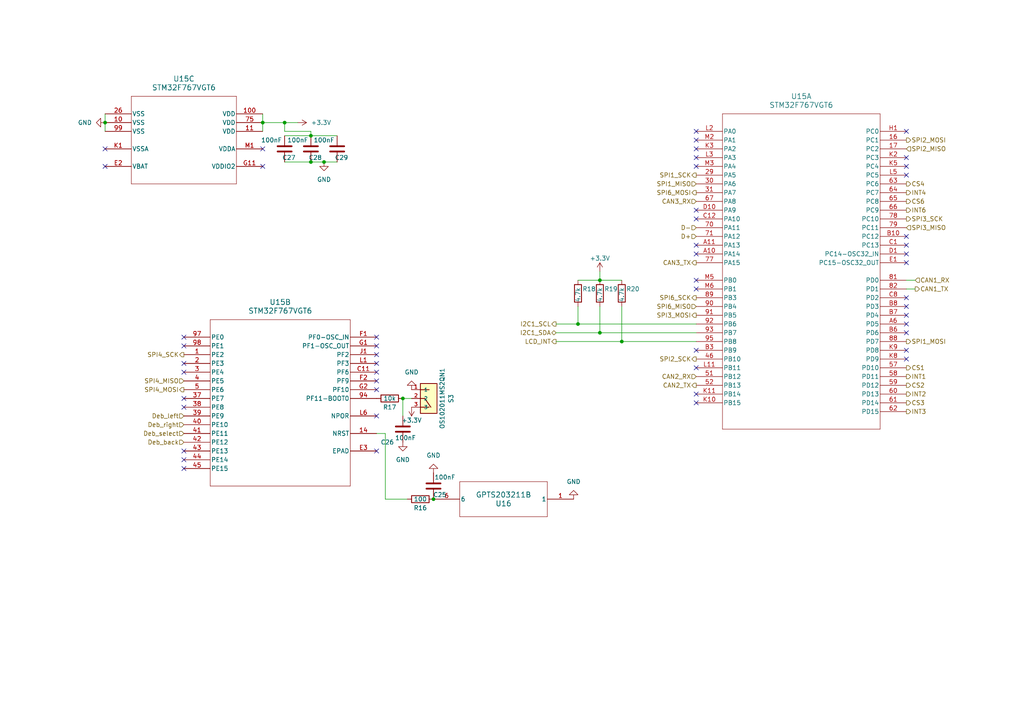
<source format=kicad_sch>
(kicad_sch
	(version 20231120)
	(generator "eeschema")
	(generator_version "8.0")
	(uuid "426063dc-e8de-456b-a0ae-b97f56e5e8c3")
	(paper "A4")
	(lib_symbols
		(symbol "2024-05-13_21-50-54:GPTS203211B"
			(pin_names
				(offset 0.254)
			)
			(exclude_from_sim no)
			(in_bom yes)
			(on_board yes)
			(property "Reference" "U"
				(at 20.32 10.16 0)
				(effects
					(font
						(size 1.524 1.524)
					)
				)
			)
			(property "Value" "GPTS203211B"
				(at 20.32 7.62 0)
				(effects
					(font
						(size 1.524 1.524)
					)
				)
			)
			(property "Footprint" "SWITCH_03211B"
				(at 0 0 0)
				(effects
					(font
						(size 1.27 1.27)
						(italic yes)
					)
					(hide yes)
				)
			)
			(property "Datasheet" "GPTS203211B"
				(at 0 0 0)
				(effects
					(font
						(size 1.27 1.27)
						(italic yes)
					)
					(hide yes)
				)
			)
			(property "Description" ""
				(at 0 0 0)
				(effects
					(font
						(size 1.27 1.27)
					)
					(hide yes)
				)
			)
			(property "ki_locked" ""
				(at 0 0 0)
				(effects
					(font
						(size 1.27 1.27)
					)
				)
			)
			(property "ki_keywords" "GPTS203211B"
				(at 0 0 0)
				(effects
					(font
						(size 1.27 1.27)
					)
					(hide yes)
				)
			)
			(property "ki_fp_filters" "SWITCH_03211B"
				(at 0 0 0)
				(effects
					(font
						(size 1.27 1.27)
					)
					(hide yes)
				)
			)
			(symbol "GPTS203211B_0_1"
				(polyline
					(pts
						(xy 7.62 -5.08) (xy 33.02 -5.08)
					)
					(stroke
						(width 0.127)
						(type default)
					)
					(fill
						(type none)
					)
				)
				(polyline
					(pts
						(xy 7.62 5.08) (xy 7.62 -5.08)
					)
					(stroke
						(width 0.127)
						(type default)
					)
					(fill
						(type none)
					)
				)
				(polyline
					(pts
						(xy 33.02 -5.08) (xy 33.02 5.08)
					)
					(stroke
						(width 0.127)
						(type default)
					)
					(fill
						(type none)
					)
				)
				(polyline
					(pts
						(xy 33.02 5.08) (xy 7.62 5.08)
					)
					(stroke
						(width 0.127)
						(type default)
					)
					(fill
						(type none)
					)
				)
				(pin unspecified line
					(at 0 0 0)
					(length 7.62)
					(name "1"
						(effects
							(font
								(size 1.27 1.27)
							)
						)
					)
					(number "1"
						(effects
							(font
								(size 1.27 1.27)
							)
						)
					)
				)
				(pin unspecified line
					(at 40.64 0 180)
					(length 7.62)
					(name "6"
						(effects
							(font
								(size 1.27 1.27)
							)
						)
					)
					(number "6"
						(effects
							(font
								(size 1.27 1.27)
							)
						)
					)
				)
			)
		)
		(symbol "2024-05-15_22-34-41:STM32F767VGT6"
			(pin_names
				(offset 0.254)
			)
			(exclude_from_sim no)
			(in_bom yes)
			(on_board yes)
			(property "Reference" "U"
				(at 30.48 10.16 0)
				(effects
					(font
						(size 1.524 1.524)
					)
				)
			)
			(property "Value" "STM32F767VGT6"
				(at 30.48 7.62 0)
				(effects
					(font
						(size 1.524 1.524)
					)
				)
			)
			(property "Footprint" "UFBGA100-7x7mm"
				(at 0 0 0)
				(effects
					(font
						(size 1.27 1.27)
						(italic yes)
					)
					(hide yes)
				)
			)
			(property "Datasheet" "STM32F767VGT6"
				(at 0 0 0)
				(effects
					(font
						(size 1.27 1.27)
						(italic yes)
					)
					(hide yes)
				)
			)
			(property "Description" ""
				(at 0 0 0)
				(effects
					(font
						(size 1.27 1.27)
					)
					(hide yes)
				)
			)
			(property "ki_locked" ""
				(at 0 0 0)
				(effects
					(font
						(size 1.27 1.27)
					)
				)
			)
			(property "ki_keywords" "STM32F767VGT6"
				(at 0 0 0)
				(effects
					(font
						(size 1.27 1.27)
					)
					(hide yes)
				)
			)
			(property "ki_fp_filters" "UFBGA100-7x7mm"
				(at 0 0 0)
				(effects
					(font
						(size 1.27 1.27)
					)
					(hide yes)
				)
			)
			(symbol "STM32F767VGT6_1_1"
				(polyline
					(pts
						(xy 7.62 -86.36) (xy 53.34 -86.36)
					)
					(stroke
						(width 0.127)
						(type default)
					)
					(fill
						(type none)
					)
				)
				(polyline
					(pts
						(xy 7.62 5.08) (xy 7.62 -86.36)
					)
					(stroke
						(width 0.127)
						(type default)
					)
					(fill
						(type none)
					)
				)
				(polyline
					(pts
						(xy 53.34 -86.36) (xy 53.34 5.08)
					)
					(stroke
						(width 0.127)
						(type default)
					)
					(fill
						(type none)
					)
				)
				(polyline
					(pts
						(xy 53.34 5.08) (xy 7.62 5.08)
					)
					(stroke
						(width 0.127)
						(type default)
					)
					(fill
						(type none)
					)
				)
				(pin bidirectional line
					(at 60.96 -2.54 180)
					(length 7.62)
					(name "PC1"
						(effects
							(font
								(size 1.27 1.27)
							)
						)
					)
					(number "16"
						(effects
							(font
								(size 1.27 1.27)
							)
						)
					)
				)
				(pin bidirectional line
					(at 60.96 -5.08 180)
					(length 7.62)
					(name "PC2"
						(effects
							(font
								(size 1.27 1.27)
							)
						)
					)
					(number "17"
						(effects
							(font
								(size 1.27 1.27)
							)
						)
					)
				)
				(pin bidirectional line
					(at 0 -12.7 0)
					(length 7.62)
					(name "PA5"
						(effects
							(font
								(size 1.27 1.27)
							)
						)
					)
					(number "29"
						(effects
							(font
								(size 1.27 1.27)
							)
						)
					)
				)
				(pin bidirectional line
					(at 0 -15.24 0)
					(length 7.62)
					(name "PA6"
						(effects
							(font
								(size 1.27 1.27)
							)
						)
					)
					(number "30"
						(effects
							(font
								(size 1.27 1.27)
							)
						)
					)
				)
				(pin bidirectional line
					(at 0 -17.78 0)
					(length 7.62)
					(name "PA7"
						(effects
							(font
								(size 1.27 1.27)
							)
						)
					)
					(number "31"
						(effects
							(font
								(size 1.27 1.27)
							)
						)
					)
				)
				(pin bidirectional line
					(at 0 -66.04 0)
					(length 7.62)
					(name "PB10"
						(effects
							(font
								(size 1.27 1.27)
							)
						)
					)
					(number "46"
						(effects
							(font
								(size 1.27 1.27)
							)
						)
					)
				)
				(pin bidirectional line
					(at 0 -71.12 0)
					(length 7.62)
					(name "PB12"
						(effects
							(font
								(size 1.27 1.27)
							)
						)
					)
					(number "51"
						(effects
							(font
								(size 1.27 1.27)
							)
						)
					)
				)
				(pin bidirectional line
					(at 0 -73.66 0)
					(length 7.62)
					(name "PB13"
						(effects
							(font
								(size 1.27 1.27)
							)
						)
					)
					(number "52"
						(effects
							(font
								(size 1.27 1.27)
							)
						)
					)
				)
				(pin bidirectional line
					(at 60.96 -68.58 180)
					(length 7.62)
					(name "PD10"
						(effects
							(font
								(size 1.27 1.27)
							)
						)
					)
					(number "57"
						(effects
							(font
								(size 1.27 1.27)
							)
						)
					)
				)
				(pin bidirectional line
					(at 60.96 -71.12 180)
					(length 7.62)
					(name "PD11"
						(effects
							(font
								(size 1.27 1.27)
							)
						)
					)
					(number "58"
						(effects
							(font
								(size 1.27 1.27)
							)
						)
					)
				)
				(pin bidirectional line
					(at 60.96 -73.66 180)
					(length 7.62)
					(name "PD12"
						(effects
							(font
								(size 1.27 1.27)
							)
						)
					)
					(number "59"
						(effects
							(font
								(size 1.27 1.27)
							)
						)
					)
				)
				(pin bidirectional line
					(at 60.96 -76.2 180)
					(length 7.62)
					(name "PD13"
						(effects
							(font
								(size 1.27 1.27)
							)
						)
					)
					(number "60"
						(effects
							(font
								(size 1.27 1.27)
							)
						)
					)
				)
				(pin bidirectional line
					(at 60.96 -78.74 180)
					(length 7.62)
					(name "PD14"
						(effects
							(font
								(size 1.27 1.27)
							)
						)
					)
					(number "61"
						(effects
							(font
								(size 1.27 1.27)
							)
						)
					)
				)
				(pin bidirectional line
					(at 60.96 -81.28 180)
					(length 7.62)
					(name "PD15"
						(effects
							(font
								(size 1.27 1.27)
							)
						)
					)
					(number "62"
						(effects
							(font
								(size 1.27 1.27)
							)
						)
					)
				)
				(pin bidirectional line
					(at 60.96 -15.24 180)
					(length 7.62)
					(name "PC6"
						(effects
							(font
								(size 1.27 1.27)
							)
						)
					)
					(number "63"
						(effects
							(font
								(size 1.27 1.27)
							)
						)
					)
				)
				(pin bidirectional line
					(at 60.96 -17.78 180)
					(length 7.62)
					(name "PC7"
						(effects
							(font
								(size 1.27 1.27)
							)
						)
					)
					(number "64"
						(effects
							(font
								(size 1.27 1.27)
							)
						)
					)
				)
				(pin bidirectional line
					(at 60.96 -20.32 180)
					(length 7.62)
					(name "PC8"
						(effects
							(font
								(size 1.27 1.27)
							)
						)
					)
					(number "65"
						(effects
							(font
								(size 1.27 1.27)
							)
						)
					)
				)
				(pin bidirectional line
					(at 60.96 -22.86 180)
					(length 7.62)
					(name "PC9"
						(effects
							(font
								(size 1.27 1.27)
							)
						)
					)
					(number "66"
						(effects
							(font
								(size 1.27 1.27)
							)
						)
					)
				)
				(pin bidirectional line
					(at 0 -20.32 0)
					(length 7.62)
					(name "PA8"
						(effects
							(font
								(size 1.27 1.27)
							)
						)
					)
					(number "67"
						(effects
							(font
								(size 1.27 1.27)
							)
						)
					)
				)
				(pin bidirectional line
					(at 0 -27.94 0)
					(length 7.62)
					(name "PA11"
						(effects
							(font
								(size 1.27 1.27)
							)
						)
					)
					(number "70"
						(effects
							(font
								(size 1.27 1.27)
							)
						)
					)
				)
				(pin bidirectional line
					(at 0 -30.48 0)
					(length 7.62)
					(name "PA12"
						(effects
							(font
								(size 1.27 1.27)
							)
						)
					)
					(number "71"
						(effects
							(font
								(size 1.27 1.27)
							)
						)
					)
				)
				(pin bidirectional line
					(at 0 -38.1 0)
					(length 7.62)
					(name "PA15"
						(effects
							(font
								(size 1.27 1.27)
							)
						)
					)
					(number "77"
						(effects
							(font
								(size 1.27 1.27)
							)
						)
					)
				)
				(pin bidirectional line
					(at 60.96 -25.4 180)
					(length 7.62)
					(name "PC10"
						(effects
							(font
								(size 1.27 1.27)
							)
						)
					)
					(number "78"
						(effects
							(font
								(size 1.27 1.27)
							)
						)
					)
				)
				(pin bidirectional line
					(at 60.96 -27.94 180)
					(length 7.62)
					(name "PC11"
						(effects
							(font
								(size 1.27 1.27)
							)
						)
					)
					(number "79"
						(effects
							(font
								(size 1.27 1.27)
							)
						)
					)
				)
				(pin bidirectional line
					(at 60.96 -43.18 180)
					(length 7.62)
					(name "PD0"
						(effects
							(font
								(size 1.27 1.27)
							)
						)
					)
					(number "81"
						(effects
							(font
								(size 1.27 1.27)
							)
						)
					)
				)
				(pin bidirectional line
					(at 60.96 -45.72 180)
					(length 7.62)
					(name "PD1"
						(effects
							(font
								(size 1.27 1.27)
							)
						)
					)
					(number "82"
						(effects
							(font
								(size 1.27 1.27)
							)
						)
					)
				)
				(pin bidirectional line
					(at 60.96 -60.96 180)
					(length 7.62)
					(name "PD7"
						(effects
							(font
								(size 1.27 1.27)
							)
						)
					)
					(number "88"
						(effects
							(font
								(size 1.27 1.27)
							)
						)
					)
				)
				(pin bidirectional line
					(at 0 -48.26 0)
					(length 7.62)
					(name "PB3"
						(effects
							(font
								(size 1.27 1.27)
							)
						)
					)
					(number "89"
						(effects
							(font
								(size 1.27 1.27)
							)
						)
					)
				)
				(pin bidirectional line
					(at 0 -50.8 0)
					(length 7.62)
					(name "PB4"
						(effects
							(font
								(size 1.27 1.27)
							)
						)
					)
					(number "90"
						(effects
							(font
								(size 1.27 1.27)
							)
						)
					)
				)
				(pin bidirectional line
					(at 0 -53.34 0)
					(length 7.62)
					(name "PB5"
						(effects
							(font
								(size 1.27 1.27)
							)
						)
					)
					(number "91"
						(effects
							(font
								(size 1.27 1.27)
							)
						)
					)
				)
				(pin bidirectional line
					(at 0 -55.88 0)
					(length 7.62)
					(name "PB6"
						(effects
							(font
								(size 1.27 1.27)
							)
						)
					)
					(number "92"
						(effects
							(font
								(size 1.27 1.27)
							)
						)
					)
				)
				(pin bidirectional line
					(at 0 -58.42 0)
					(length 7.62)
					(name "PB7"
						(effects
							(font
								(size 1.27 1.27)
							)
						)
					)
					(number "93"
						(effects
							(font
								(size 1.27 1.27)
							)
						)
					)
				)
				(pin bidirectional line
					(at 0 -60.96 0)
					(length 7.62)
					(name "PB8"
						(effects
							(font
								(size 1.27 1.27)
							)
						)
					)
					(number "95"
						(effects
							(font
								(size 1.27 1.27)
							)
						)
					)
				)
				(pin bidirectional line
					(at 0 -35.56 0)
					(length 7.62)
					(name "PA14"
						(effects
							(font
								(size 1.27 1.27)
							)
						)
					)
					(number "A10"
						(effects
							(font
								(size 1.27 1.27)
							)
						)
					)
				)
				(pin bidirectional line
					(at 0 -33.02 0)
					(length 7.62)
					(name "PA13"
						(effects
							(font
								(size 1.27 1.27)
							)
						)
					)
					(number "A11"
						(effects
							(font
								(size 1.27 1.27)
							)
						)
					)
				)
				(pin bidirectional line
					(at 60.96 -55.88 180)
					(length 7.62)
					(name "PD5"
						(effects
							(font
								(size 1.27 1.27)
							)
						)
					)
					(number "A6"
						(effects
							(font
								(size 1.27 1.27)
							)
						)
					)
				)
				(pin bidirectional line
					(at 60.96 -30.48 180)
					(length 7.62)
					(name "PC12"
						(effects
							(font
								(size 1.27 1.27)
							)
						)
					)
					(number "B10"
						(effects
							(font
								(size 1.27 1.27)
							)
						)
					)
				)
				(pin bidirectional line
					(at 0 -63.5 0)
					(length 7.62)
					(name "PB9"
						(effects
							(font
								(size 1.27 1.27)
							)
						)
					)
					(number "B3"
						(effects
							(font
								(size 1.27 1.27)
							)
						)
					)
				)
				(pin bidirectional line
					(at 60.96 -58.42 180)
					(length 7.62)
					(name "PD6"
						(effects
							(font
								(size 1.27 1.27)
							)
						)
					)
					(number "B6"
						(effects
							(font
								(size 1.27 1.27)
							)
						)
					)
				)
				(pin bidirectional line
					(at 60.96 -53.34 180)
					(length 7.62)
					(name "PD4"
						(effects
							(font
								(size 1.27 1.27)
							)
						)
					)
					(number "B7"
						(effects
							(font
								(size 1.27 1.27)
							)
						)
					)
				)
				(pin bidirectional line
					(at 60.96 -50.8 180)
					(length 7.62)
					(name "PD3"
						(effects
							(font
								(size 1.27 1.27)
							)
						)
					)
					(number "B8"
						(effects
							(font
								(size 1.27 1.27)
							)
						)
					)
				)
				(pin bidirectional line
					(at 60.96 -33.02 180)
					(length 7.62)
					(name "PC13"
						(effects
							(font
								(size 1.27 1.27)
							)
						)
					)
					(number "C1"
						(effects
							(font
								(size 1.27 1.27)
							)
						)
					)
				)
				(pin bidirectional line
					(at 0 -25.4 0)
					(length 7.62)
					(name "PA10"
						(effects
							(font
								(size 1.27 1.27)
							)
						)
					)
					(number "C12"
						(effects
							(font
								(size 1.27 1.27)
							)
						)
					)
				)
				(pin bidirectional line
					(at 60.96 -48.26 180)
					(length 7.62)
					(name "PD2"
						(effects
							(font
								(size 1.27 1.27)
							)
						)
					)
					(number "C8"
						(effects
							(font
								(size 1.27 1.27)
							)
						)
					)
				)
				(pin bidirectional line
					(at 60.96 -35.56 180)
					(length 7.62)
					(name "PC14-OSC32_IN"
						(effects
							(font
								(size 1.27 1.27)
							)
						)
					)
					(number "D1"
						(effects
							(font
								(size 1.27 1.27)
							)
						)
					)
				)
				(pin bidirectional line
					(at 0 -22.86 0)
					(length 7.62)
					(name "PA9"
						(effects
							(font
								(size 1.27 1.27)
							)
						)
					)
					(number "D10"
						(effects
							(font
								(size 1.27 1.27)
							)
						)
					)
				)
				(pin bidirectional line
					(at 60.96 -38.1 180)
					(length 7.62)
					(name "PC15-OSC32_OUT"
						(effects
							(font
								(size 1.27 1.27)
							)
						)
					)
					(number "E1"
						(effects
							(font
								(size 1.27 1.27)
							)
						)
					)
				)
				(pin bidirectional line
					(at 60.96 0 180)
					(length 7.62)
					(name "PC0"
						(effects
							(font
								(size 1.27 1.27)
							)
						)
					)
					(number "H1"
						(effects
							(font
								(size 1.27 1.27)
							)
						)
					)
				)
				(pin bidirectional line
					(at 0 -78.74 0)
					(length 7.62)
					(name "PB15"
						(effects
							(font
								(size 1.27 1.27)
							)
						)
					)
					(number "K10"
						(effects
							(font
								(size 1.27 1.27)
							)
						)
					)
				)
				(pin bidirectional line
					(at 0 -76.2 0)
					(length 7.62)
					(name "PB14"
						(effects
							(font
								(size 1.27 1.27)
							)
						)
					)
					(number "K11"
						(effects
							(font
								(size 1.27 1.27)
							)
						)
					)
				)
				(pin bidirectional line
					(at 60.96 -7.62 180)
					(length 7.62)
					(name "PC3"
						(effects
							(font
								(size 1.27 1.27)
							)
						)
					)
					(number "K2"
						(effects
							(font
								(size 1.27 1.27)
							)
						)
					)
				)
				(pin bidirectional line
					(at 0 -5.08 0)
					(length 7.62)
					(name "PA2"
						(effects
							(font
								(size 1.27 1.27)
							)
						)
					)
					(number "K3"
						(effects
							(font
								(size 1.27 1.27)
							)
						)
					)
				)
				(pin bidirectional line
					(at 60.96 -10.16 180)
					(length 7.62)
					(name "PC4"
						(effects
							(font
								(size 1.27 1.27)
							)
						)
					)
					(number "K5"
						(effects
							(font
								(size 1.27 1.27)
							)
						)
					)
				)
				(pin bidirectional line
					(at 60.96 -66.04 180)
					(length 7.62)
					(name "PD9"
						(effects
							(font
								(size 1.27 1.27)
							)
						)
					)
					(number "K8"
						(effects
							(font
								(size 1.27 1.27)
							)
						)
					)
				)
				(pin bidirectional line
					(at 60.96 -63.5 180)
					(length 7.62)
					(name "PD8"
						(effects
							(font
								(size 1.27 1.27)
							)
						)
					)
					(number "K9"
						(effects
							(font
								(size 1.27 1.27)
							)
						)
					)
				)
				(pin bidirectional line
					(at 0 -68.58 0)
					(length 7.62)
					(name "PB11"
						(effects
							(font
								(size 1.27 1.27)
							)
						)
					)
					(number "L11"
						(effects
							(font
								(size 1.27 1.27)
							)
						)
					)
				)
				(pin bidirectional line
					(at 0 0 0)
					(length 7.62)
					(name "PA0"
						(effects
							(font
								(size 1.27 1.27)
							)
						)
					)
					(number "L2"
						(effects
							(font
								(size 1.27 1.27)
							)
						)
					)
				)
				(pin bidirectional line
					(at 0 -7.62 0)
					(length 7.62)
					(name "PA3"
						(effects
							(font
								(size 1.27 1.27)
							)
						)
					)
					(number "L3"
						(effects
							(font
								(size 1.27 1.27)
							)
						)
					)
				)
				(pin bidirectional line
					(at 60.96 -12.7 180)
					(length 7.62)
					(name "PC5"
						(effects
							(font
								(size 1.27 1.27)
							)
						)
					)
					(number "L5"
						(effects
							(font
								(size 1.27 1.27)
							)
						)
					)
				)
				(pin bidirectional line
					(at 0 -2.54 0)
					(length 7.62)
					(name "PA1"
						(effects
							(font
								(size 1.27 1.27)
							)
						)
					)
					(number "M2"
						(effects
							(font
								(size 1.27 1.27)
							)
						)
					)
				)
				(pin bidirectional line
					(at 0 -10.16 0)
					(length 7.62)
					(name "PA4"
						(effects
							(font
								(size 1.27 1.27)
							)
						)
					)
					(number "M3"
						(effects
							(font
								(size 1.27 1.27)
							)
						)
					)
				)
				(pin bidirectional line
					(at 0 -43.18 0)
					(length 7.62)
					(name "PB0"
						(effects
							(font
								(size 1.27 1.27)
							)
						)
					)
					(number "M5"
						(effects
							(font
								(size 1.27 1.27)
							)
						)
					)
				)
				(pin bidirectional line
					(at 0 -45.72 0)
					(length 7.62)
					(name "PB1"
						(effects
							(font
								(size 1.27 1.27)
							)
						)
					)
					(number "M6"
						(effects
							(font
								(size 1.27 1.27)
							)
						)
					)
				)
			)
			(symbol "STM32F767VGT6_2_1"
				(polyline
					(pts
						(xy 7.62 -43.18) (xy 48.26 -43.18)
					)
					(stroke
						(width 0.127)
						(type default)
					)
					(fill
						(type none)
					)
				)
				(polyline
					(pts
						(xy 7.62 5.08) (xy 7.62 -43.18)
					)
					(stroke
						(width 0.127)
						(type default)
					)
					(fill
						(type none)
					)
				)
				(polyline
					(pts
						(xy 48.26 -43.18) (xy 48.26 5.08)
					)
					(stroke
						(width 0.127)
						(type default)
					)
					(fill
						(type none)
					)
				)
				(polyline
					(pts
						(xy 48.26 5.08) (xy 7.62 5.08)
					)
					(stroke
						(width 0.127)
						(type default)
					)
					(fill
						(type none)
					)
				)
				(pin bidirectional line
					(at 0 -5.08 0)
					(length 7.62)
					(name "PE2"
						(effects
							(font
								(size 1.27 1.27)
							)
						)
					)
					(number "1"
						(effects
							(font
								(size 1.27 1.27)
							)
						)
					)
				)
				(pin bidirectional line
					(at 55.88 -27.94 180)
					(length 7.62)
					(name "NRST"
						(effects
							(font
								(size 1.27 1.27)
							)
						)
					)
					(number "14"
						(effects
							(font
								(size 1.27 1.27)
							)
						)
					)
				)
				(pin bidirectional line
					(at 0 -7.62 0)
					(length 7.62)
					(name "PE3"
						(effects
							(font
								(size 1.27 1.27)
							)
						)
					)
					(number "2"
						(effects
							(font
								(size 1.27 1.27)
							)
						)
					)
				)
				(pin bidirectional line
					(at 0 -10.16 0)
					(length 7.62)
					(name "PE4"
						(effects
							(font
								(size 1.27 1.27)
							)
						)
					)
					(number "3"
						(effects
							(font
								(size 1.27 1.27)
							)
						)
					)
				)
				(pin bidirectional line
					(at 0 -17.78 0)
					(length 7.62)
					(name "PE7"
						(effects
							(font
								(size 1.27 1.27)
							)
						)
					)
					(number "37"
						(effects
							(font
								(size 1.27 1.27)
							)
						)
					)
				)
				(pin bidirectional line
					(at 0 -20.32 0)
					(length 7.62)
					(name "PE8"
						(effects
							(font
								(size 1.27 1.27)
							)
						)
					)
					(number "38"
						(effects
							(font
								(size 1.27 1.27)
							)
						)
					)
				)
				(pin bidirectional line
					(at 0 -22.86 0)
					(length 7.62)
					(name "PE9"
						(effects
							(font
								(size 1.27 1.27)
							)
						)
					)
					(number "39"
						(effects
							(font
								(size 1.27 1.27)
							)
						)
					)
				)
				(pin bidirectional line
					(at 0 -12.7 0)
					(length 7.62)
					(name "PE5"
						(effects
							(font
								(size 1.27 1.27)
							)
						)
					)
					(number "4"
						(effects
							(font
								(size 1.27 1.27)
							)
						)
					)
				)
				(pin bidirectional line
					(at 0 -25.4 0)
					(length 7.62)
					(name "PE10"
						(effects
							(font
								(size 1.27 1.27)
							)
						)
					)
					(number "40"
						(effects
							(font
								(size 1.27 1.27)
							)
						)
					)
				)
				(pin bidirectional line
					(at 0 -27.94 0)
					(length 7.62)
					(name "PE11"
						(effects
							(font
								(size 1.27 1.27)
							)
						)
					)
					(number "41"
						(effects
							(font
								(size 1.27 1.27)
							)
						)
					)
				)
				(pin bidirectional line
					(at 0 -30.48 0)
					(length 7.62)
					(name "PE12"
						(effects
							(font
								(size 1.27 1.27)
							)
						)
					)
					(number "42"
						(effects
							(font
								(size 1.27 1.27)
							)
						)
					)
				)
				(pin bidirectional line
					(at 0 -33.02 0)
					(length 7.62)
					(name "PE13"
						(effects
							(font
								(size 1.27 1.27)
							)
						)
					)
					(number "43"
						(effects
							(font
								(size 1.27 1.27)
							)
						)
					)
				)
				(pin bidirectional line
					(at 0 -35.56 0)
					(length 7.62)
					(name "PE14"
						(effects
							(font
								(size 1.27 1.27)
							)
						)
					)
					(number "44"
						(effects
							(font
								(size 1.27 1.27)
							)
						)
					)
				)
				(pin bidirectional line
					(at 0 -38.1 0)
					(length 7.62)
					(name "PE15"
						(effects
							(font
								(size 1.27 1.27)
							)
						)
					)
					(number "45"
						(effects
							(font
								(size 1.27 1.27)
							)
						)
					)
				)
				(pin bidirectional line
					(at 0 -15.24 0)
					(length 7.62)
					(name "PE6"
						(effects
							(font
								(size 1.27 1.27)
							)
						)
					)
					(number "5"
						(effects
							(font
								(size 1.27 1.27)
							)
						)
					)
				)
				(pin bidirectional line
					(at 55.88 -17.78 180)
					(length 7.62)
					(name "PF11-BOOT0"
						(effects
							(font
								(size 1.27 1.27)
							)
						)
					)
					(number "94"
						(effects
							(font
								(size 1.27 1.27)
							)
						)
					)
				)
				(pin bidirectional line
					(at 0 0 0)
					(length 7.62)
					(name "PE0"
						(effects
							(font
								(size 1.27 1.27)
							)
						)
					)
					(number "97"
						(effects
							(font
								(size 1.27 1.27)
							)
						)
					)
				)
				(pin bidirectional line
					(at 0 -2.54 0)
					(length 7.62)
					(name "PE1"
						(effects
							(font
								(size 1.27 1.27)
							)
						)
					)
					(number "98"
						(effects
							(font
								(size 1.27 1.27)
							)
						)
					)
				)
				(pin bidirectional line
					(at 55.88 -10.16 180)
					(length 7.62)
					(name "PF6"
						(effects
							(font
								(size 1.27 1.27)
							)
						)
					)
					(number "C11"
						(effects
							(font
								(size 1.27 1.27)
							)
						)
					)
				)
				(pin unspecified line
					(at 55.88 -33.02 180)
					(length 7.62)
					(name "EPAD"
						(effects
							(font
								(size 1.27 1.27)
							)
						)
					)
					(number "E3"
						(effects
							(font
								(size 1.27 1.27)
							)
						)
					)
				)
				(pin bidirectional line
					(at 55.88 0 180)
					(length 7.62)
					(name "PF0-OSC_IN"
						(effects
							(font
								(size 1.27 1.27)
							)
						)
					)
					(number "F1"
						(effects
							(font
								(size 1.27 1.27)
							)
						)
					)
				)
				(pin bidirectional line
					(at 55.88 -12.7 180)
					(length 7.62)
					(name "PF9"
						(effects
							(font
								(size 1.27 1.27)
							)
						)
					)
					(number "F2"
						(effects
							(font
								(size 1.27 1.27)
							)
						)
					)
				)
				(pin bidirectional line
					(at 55.88 -2.54 180)
					(length 7.62)
					(name "PF1-OSC_OUT"
						(effects
							(font
								(size 1.27 1.27)
							)
						)
					)
					(number "G1"
						(effects
							(font
								(size 1.27 1.27)
							)
						)
					)
				)
				(pin bidirectional line
					(at 55.88 -15.24 180)
					(length 7.62)
					(name "PF10"
						(effects
							(font
								(size 1.27 1.27)
							)
						)
					)
					(number "G2"
						(effects
							(font
								(size 1.27 1.27)
							)
						)
					)
				)
				(pin bidirectional line
					(at 55.88 -5.08 180)
					(length 7.62)
					(name "PF2"
						(effects
							(font
								(size 1.27 1.27)
							)
						)
					)
					(number "J1"
						(effects
							(font
								(size 1.27 1.27)
							)
						)
					)
				)
				(pin bidirectional line
					(at 55.88 -7.62 180)
					(length 7.62)
					(name "PF3"
						(effects
							(font
								(size 1.27 1.27)
							)
						)
					)
					(number "L1"
						(effects
							(font
								(size 1.27 1.27)
							)
						)
					)
				)
				(pin input line
					(at 55.88 -22.86 180)
					(length 7.62)
					(name "NPOR"
						(effects
							(font
								(size 1.27 1.27)
							)
						)
					)
					(number "L6"
						(effects
							(font
								(size 1.27 1.27)
							)
						)
					)
				)
			)
			(symbol "STM32F767VGT6_3_1"
				(polyline
					(pts
						(xy 7.62 -20.32) (xy 38.1 -20.32)
					)
					(stroke
						(width 0.127)
						(type default)
					)
					(fill
						(type none)
					)
				)
				(polyline
					(pts
						(xy 7.62 5.08) (xy 7.62 -20.32)
					)
					(stroke
						(width 0.127)
						(type default)
					)
					(fill
						(type none)
					)
				)
				(polyline
					(pts
						(xy 38.1 -20.32) (xy 38.1 5.08)
					)
					(stroke
						(width 0.127)
						(type default)
					)
					(fill
						(type none)
					)
				)
				(polyline
					(pts
						(xy 38.1 5.08) (xy 7.62 5.08)
					)
					(stroke
						(width 0.127)
						(type default)
					)
					(fill
						(type none)
					)
				)
				(pin power_in line
					(at 0 -2.54 0)
					(length 7.62)
					(name "VSS"
						(effects
							(font
								(size 1.27 1.27)
							)
						)
					)
					(number "10"
						(effects
							(font
								(size 1.27 1.27)
							)
						)
					)
				)
				(pin power_in line
					(at 45.72 0 180)
					(length 7.62)
					(name "VDD"
						(effects
							(font
								(size 1.27 1.27)
							)
						)
					)
					(number "100"
						(effects
							(font
								(size 1.27 1.27)
							)
						)
					)
				)
				(pin power_in line
					(at 45.72 -5.08 180)
					(length 7.62)
					(name "VDD"
						(effects
							(font
								(size 1.27 1.27)
							)
						)
					)
					(number "11"
						(effects
							(font
								(size 1.27 1.27)
							)
						)
					)
				)
				(pin power_in line
					(at 0 0 0)
					(length 7.62)
					(name "VSS"
						(effects
							(font
								(size 1.27 1.27)
							)
						)
					)
					(number "26"
						(effects
							(font
								(size 1.27 1.27)
							)
						)
					)
				)
				(pin power_in line
					(at 45.72 -2.54 180)
					(length 7.62)
					(name "VDD"
						(effects
							(font
								(size 1.27 1.27)
							)
						)
					)
					(number "75"
						(effects
							(font
								(size 1.27 1.27)
							)
						)
					)
				)
				(pin power_in line
					(at 0 -5.08 0)
					(length 7.62)
					(name "VSS"
						(effects
							(font
								(size 1.27 1.27)
							)
						)
					)
					(number "99"
						(effects
							(font
								(size 1.27 1.27)
							)
						)
					)
				)
				(pin power_in line
					(at 0 -15.24 0)
					(length 7.62)
					(name "VBAT"
						(effects
							(font
								(size 1.27 1.27)
							)
						)
					)
					(number "E2"
						(effects
							(font
								(size 1.27 1.27)
							)
						)
					)
				)
				(pin power_in line
					(at 45.72 -15.24 180)
					(length 7.62)
					(name "VDDIO2"
						(effects
							(font
								(size 1.27 1.27)
							)
						)
					)
					(number "G11"
						(effects
							(font
								(size 1.27 1.27)
							)
						)
					)
				)
				(pin power_in line
					(at 0 -10.16 0)
					(length 7.62)
					(name "VSSA"
						(effects
							(font
								(size 1.27 1.27)
							)
						)
					)
					(number "K1"
						(effects
							(font
								(size 1.27 1.27)
							)
						)
					)
				)
				(pin power_in line
					(at 45.72 -10.16 180)
					(length 7.62)
					(name "VDDA"
						(effects
							(font
								(size 1.27 1.27)
							)
						)
					)
					(number "M1"
						(effects
							(font
								(size 1.27 1.27)
							)
						)
					)
				)
			)
		)
		(symbol "Device:C"
			(pin_numbers hide)
			(pin_names
				(offset 0.254)
			)
			(exclude_from_sim no)
			(in_bom yes)
			(on_board yes)
			(property "Reference" "C"
				(at 0.635 2.54 0)
				(effects
					(font
						(size 1.27 1.27)
					)
					(justify left)
				)
			)
			(property "Value" "C"
				(at 0.635 -2.54 0)
				(effects
					(font
						(size 1.27 1.27)
					)
					(justify left)
				)
			)
			(property "Footprint" ""
				(at 0.9652 -3.81 0)
				(effects
					(font
						(size 1.27 1.27)
					)
					(hide yes)
				)
			)
			(property "Datasheet" "~"
				(at 0 0 0)
				(effects
					(font
						(size 1.27 1.27)
					)
					(hide yes)
				)
			)
			(property "Description" "Unpolarized capacitor"
				(at 0 0 0)
				(effects
					(font
						(size 1.27 1.27)
					)
					(hide yes)
				)
			)
			(property "ki_keywords" "cap capacitor"
				(at 0 0 0)
				(effects
					(font
						(size 1.27 1.27)
					)
					(hide yes)
				)
			)
			(property "ki_fp_filters" "C_*"
				(at 0 0 0)
				(effects
					(font
						(size 1.27 1.27)
					)
					(hide yes)
				)
			)
			(symbol "C_0_1"
				(polyline
					(pts
						(xy -2.032 -0.762) (xy 2.032 -0.762)
					)
					(stroke
						(width 0.508)
						(type default)
					)
					(fill
						(type none)
					)
				)
				(polyline
					(pts
						(xy -2.032 0.762) (xy 2.032 0.762)
					)
					(stroke
						(width 0.508)
						(type default)
					)
					(fill
						(type none)
					)
				)
			)
			(symbol "C_1_1"
				(pin passive line
					(at 0 3.81 270)
					(length 2.794)
					(name "~"
						(effects
							(font
								(size 1.27 1.27)
							)
						)
					)
					(number "1"
						(effects
							(font
								(size 1.27 1.27)
							)
						)
					)
				)
				(pin passive line
					(at 0 -3.81 90)
					(length 2.794)
					(name "~"
						(effects
							(font
								(size 1.27 1.27)
							)
						)
					)
					(number "2"
						(effects
							(font
								(size 1.27 1.27)
							)
						)
					)
				)
			)
		)
		(symbol "Device:R"
			(pin_numbers hide)
			(pin_names
				(offset 0)
			)
			(exclude_from_sim no)
			(in_bom yes)
			(on_board yes)
			(property "Reference" "R"
				(at 2.032 0 90)
				(effects
					(font
						(size 1.27 1.27)
					)
				)
			)
			(property "Value" "R"
				(at 0 0 90)
				(effects
					(font
						(size 1.27 1.27)
					)
				)
			)
			(property "Footprint" ""
				(at -1.778 0 90)
				(effects
					(font
						(size 1.27 1.27)
					)
					(hide yes)
				)
			)
			(property "Datasheet" "~"
				(at 0 0 0)
				(effects
					(font
						(size 1.27 1.27)
					)
					(hide yes)
				)
			)
			(property "Description" "Resistor"
				(at 0 0 0)
				(effects
					(font
						(size 1.27 1.27)
					)
					(hide yes)
				)
			)
			(property "ki_keywords" "R res resistor"
				(at 0 0 0)
				(effects
					(font
						(size 1.27 1.27)
					)
					(hide yes)
				)
			)
			(property "ki_fp_filters" "R_*"
				(at 0 0 0)
				(effects
					(font
						(size 1.27 1.27)
					)
					(hide yes)
				)
			)
			(symbol "R_0_1"
				(rectangle
					(start -1.016 -2.54)
					(end 1.016 2.54)
					(stroke
						(width 0.254)
						(type default)
					)
					(fill
						(type none)
					)
				)
			)
			(symbol "R_1_1"
				(pin passive line
					(at 0 3.81 270)
					(length 1.27)
					(name "~"
						(effects
							(font
								(size 1.27 1.27)
							)
						)
					)
					(number "1"
						(effects
							(font
								(size 1.27 1.27)
							)
						)
					)
				)
				(pin passive line
					(at 0 -3.81 90)
					(length 1.27)
					(name "~"
						(effects
							(font
								(size 1.27 1.27)
							)
						)
					)
					(number "2"
						(effects
							(font
								(size 1.27 1.27)
							)
						)
					)
				)
			)
		)
		(symbol "OS102011MS2QN1:OS102011MS2QN1"
			(pin_names
				(offset 1.016)
			)
			(exclude_from_sim no)
			(in_bom yes)
			(on_board yes)
			(property "Reference" "S"
				(at -2.5411 5.0822 0)
				(effects
					(font
						(size 1.27 1.27)
					)
					(justify left bottom)
				)
			)
			(property "Value" "OS102011MS2QN1"
				(at -2.544 -7.6319 0)
				(effects
					(font
						(size 1.27 1.27)
					)
					(justify left bottom)
				)
			)
			(property "Footprint" "OS102011MS2QN1:SW_OS102011MS2QN1"
				(at 0 0 0)
				(effects
					(font
						(size 1.27 1.27)
					)
					(justify bottom)
					(hide yes)
				)
			)
			(property "Datasheet" ""
				(at 0 0 0)
				(effects
					(font
						(size 1.27 1.27)
					)
					(hide yes)
				)
			)
			(property "Description" ""
				(at 0 0 0)
				(effects
					(font
						(size 1.27 1.27)
					)
					(hide yes)
				)
			)
			(property "STANDARD" "MANUFACTURER RECOMMENDATIONS"
				(at 0 0 0)
				(effects
					(font
						(size 1.27 1.27)
					)
					(justify bottom)
					(hide yes)
				)
			)
			(property "MANUFACTURER" "C&K"
				(at 0 0 0)
				(effects
					(font
						(size 1.27 1.27)
					)
					(justify bottom)
					(hide yes)
				)
			)
			(symbol "OS102011MS2QN1_0_0"
				(rectangle
					(start -2.54 -4.318)
					(end 2.286 4.318)
					(stroke
						(width 0.254)
						(type default)
					)
					(fill
						(type background)
					)
				)
				(polyline
					(pts
						(xy -2.54 -2.54) (xy 0 -2.54)
					)
					(stroke
						(width 0.254)
						(type default)
					)
					(fill
						(type none)
					)
				)
				(polyline
					(pts
						(xy -2.54 0) (xy -1.27 0)
					)
					(stroke
						(width 0.254)
						(type default)
					)
					(fill
						(type none)
					)
				)
				(polyline
					(pts
						(xy -2.54 2.54) (xy 0 2.54)
					)
					(stroke
						(width 0.254)
						(type default)
					)
					(fill
						(type none)
					)
				)
				(polyline
					(pts
						(xy -1.27 0) (xy 0.508 -2.54)
					)
					(stroke
						(width 0.254)
						(type default)
					)
					(fill
						(type none)
					)
				)
				(pin passive line
					(at -5.08 2.54 0)
					(length 2.54)
					(name "1"
						(effects
							(font
								(size 1.016 1.016)
							)
						)
					)
					(number "1"
						(effects
							(font
								(size 1.016 1.016)
							)
						)
					)
				)
				(pin passive line
					(at -5.08 0 0)
					(length 2.54)
					(name "2"
						(effects
							(font
								(size 1.016 1.016)
							)
						)
					)
					(number "2"
						(effects
							(font
								(size 1.016 1.016)
							)
						)
					)
				)
				(pin passive line
					(at -5.08 -2.54 0)
					(length 2.54)
					(name "3"
						(effects
							(font
								(size 1.016 1.016)
							)
						)
					)
					(number "3"
						(effects
							(font
								(size 1.016 1.016)
							)
						)
					)
				)
			)
		)
		(symbol "power:+3.3V"
			(power)
			(pin_names
				(offset 0)
			)
			(exclude_from_sim no)
			(in_bom yes)
			(on_board yes)
			(property "Reference" "#PWR"
				(at 0 -3.81 0)
				(effects
					(font
						(size 1.27 1.27)
					)
					(hide yes)
				)
			)
			(property "Value" "+3.3V"
				(at 0 3.556 0)
				(effects
					(font
						(size 1.27 1.27)
					)
				)
			)
			(property "Footprint" ""
				(at 0 0 0)
				(effects
					(font
						(size 1.27 1.27)
					)
					(hide yes)
				)
			)
			(property "Datasheet" ""
				(at 0 0 0)
				(effects
					(font
						(size 1.27 1.27)
					)
					(hide yes)
				)
			)
			(property "Description" "Power symbol creates a global label with name \"+3.3V\""
				(at 0 0 0)
				(effects
					(font
						(size 1.27 1.27)
					)
					(hide yes)
				)
			)
			(property "ki_keywords" "global power"
				(at 0 0 0)
				(effects
					(font
						(size 1.27 1.27)
					)
					(hide yes)
				)
			)
			(symbol "+3.3V_0_1"
				(polyline
					(pts
						(xy -0.762 1.27) (xy 0 2.54)
					)
					(stroke
						(width 0)
						(type default)
					)
					(fill
						(type none)
					)
				)
				(polyline
					(pts
						(xy 0 0) (xy 0 2.54)
					)
					(stroke
						(width 0)
						(type default)
					)
					(fill
						(type none)
					)
				)
				(polyline
					(pts
						(xy 0 2.54) (xy 0.762 1.27)
					)
					(stroke
						(width 0)
						(type default)
					)
					(fill
						(type none)
					)
				)
			)
			(symbol "+3.3V_1_1"
				(pin power_in line
					(at 0 0 90)
					(length 0) hide
					(name "+3.3V"
						(effects
							(font
								(size 1.27 1.27)
							)
						)
					)
					(number "1"
						(effects
							(font
								(size 1.27 1.27)
							)
						)
					)
				)
			)
		)
		(symbol "power:GND"
			(power)
			(pin_names
				(offset 0)
			)
			(exclude_from_sim no)
			(in_bom yes)
			(on_board yes)
			(property "Reference" "#PWR"
				(at 0 -6.35 0)
				(effects
					(font
						(size 1.27 1.27)
					)
					(hide yes)
				)
			)
			(property "Value" "GND"
				(at 0 -3.81 0)
				(effects
					(font
						(size 1.27 1.27)
					)
				)
			)
			(property "Footprint" ""
				(at 0 0 0)
				(effects
					(font
						(size 1.27 1.27)
					)
					(hide yes)
				)
			)
			(property "Datasheet" ""
				(at 0 0 0)
				(effects
					(font
						(size 1.27 1.27)
					)
					(hide yes)
				)
			)
			(property "Description" "Power symbol creates a global label with name \"GND\" , ground"
				(at 0 0 0)
				(effects
					(font
						(size 1.27 1.27)
					)
					(hide yes)
				)
			)
			(property "ki_keywords" "global power"
				(at 0 0 0)
				(effects
					(font
						(size 1.27 1.27)
					)
					(hide yes)
				)
			)
			(symbol "GND_0_1"
				(polyline
					(pts
						(xy 0 0) (xy 0 -1.27) (xy 1.27 -1.27) (xy 0 -2.54) (xy -1.27 -1.27) (xy 0 -1.27)
					)
					(stroke
						(width 0)
						(type default)
					)
					(fill
						(type none)
					)
				)
			)
			(symbol "GND_1_1"
				(pin power_in line
					(at 0 0 270)
					(length 0) hide
					(name "GND"
						(effects
							(font
								(size 1.27 1.27)
							)
						)
					)
					(number "1"
						(effects
							(font
								(size 1.27 1.27)
							)
						)
					)
				)
			)
		)
	)
	(junction
		(at 76.2 35.56)
		(diameter 0)
		(color 0 0 0 0)
		(uuid "1e30d13b-675d-4a95-b356-30072275d7d6")
	)
	(junction
		(at 167.64 93.98)
		(diameter 0)
		(color 0 0 0 0)
		(uuid "2a461a0a-2e72-49ec-a91e-4e9e9ed3dcef")
	)
	(junction
		(at 93.98 46.99)
		(diameter 0)
		(color 0 0 0 0)
		(uuid "3c54e3a0-9d00-4ab4-baee-934c005e979d")
	)
	(junction
		(at 82.55 35.56)
		(diameter 0)
		(color 0 0 0 0)
		(uuid "83886683-a6e7-4ace-bc1e-beb2cf7ef190")
	)
	(junction
		(at 116.84 115.57)
		(diameter 0)
		(color 0 0 0 0)
		(uuid "920df4e3-16c5-4c82-833a-22db3bf3c6c2")
	)
	(junction
		(at 173.99 96.52)
		(diameter 0)
		(color 0 0 0 0)
		(uuid "a2c61897-e23e-41ad-9ac7-381a3e1905c8")
	)
	(junction
		(at 125.73 144.78)
		(diameter 0)
		(color 0 0 0 0)
		(uuid "a80f23d5-255b-49a6-8c63-005478f87e6c")
	)
	(junction
		(at 90.17 46.99)
		(diameter 0)
		(color 0 0 0 0)
		(uuid "acc3d9ed-0e3b-4003-9058-38cccaa1b01c")
	)
	(junction
		(at 90.17 39.37)
		(diameter 0)
		(color 0 0 0 0)
		(uuid "ada6b8da-90a6-46b1-8d2c-90a7f3a4c66a")
	)
	(junction
		(at 30.48 35.56)
		(diameter 0)
		(color 0 0 0 0)
		(uuid "b26a1b54-e9db-4a83-851c-7d84648febb1")
	)
	(junction
		(at 180.34 99.06)
		(diameter 0)
		(color 0 0 0 0)
		(uuid "b2e87494-ae8b-47a7-8d36-480ce7c72907")
	)
	(junction
		(at 173.99 81.28)
		(diameter 0)
		(color 0 0 0 0)
		(uuid "d8ab9e49-e7db-48f1-bc51-6f8fd4b2c8ab")
	)
	(no_connect
		(at 76.2 43.18)
		(uuid "08651557-cde4-4c6f-be92-7599f478de12")
	)
	(no_connect
		(at 201.93 71.12)
		(uuid "10913a0c-3c30-4555-b3df-937c5b0e9b1d")
	)
	(no_connect
		(at 201.93 81.28)
		(uuid "13609728-ee2f-49d5-8e3b-83348bfdd2f4")
	)
	(no_connect
		(at 30.48 48.26)
		(uuid "1c2632f1-6671-40c5-850e-b4bbbf621b46")
	)
	(no_connect
		(at 109.22 100.33)
		(uuid "1cf7b59a-1660-45ab-ba4f-ce9bb69c1da7")
	)
	(no_connect
		(at 262.89 93.98)
		(uuid "26c695c6-cf40-497c-836e-08b89f3da447")
	)
	(no_connect
		(at 53.34 107.95)
		(uuid "2dd442c6-e154-42e6-a037-a7ed06c23d41")
	)
	(no_connect
		(at 201.93 101.6)
		(uuid "3004853e-e910-4a87-9fc5-b9e6e40e543b")
	)
	(no_connect
		(at 76.2 48.26)
		(uuid "33e89b60-e3f4-4f82-9fa4-374c3fd05a43")
	)
	(no_connect
		(at 109.22 105.41)
		(uuid "3555d9a0-3587-4f63-823e-14bd1f320beb")
	)
	(no_connect
		(at 201.93 60.96)
		(uuid "3816a2aa-761d-4b03-9aff-378efdbfe8a5")
	)
	(no_connect
		(at 53.34 118.11)
		(uuid "3b958a7c-ca64-4d29-a7a5-16dae64d812e")
	)
	(no_connect
		(at 262.89 45.72)
		(uuid "3efa9a3d-fb0b-4e8b-86e0-5178f5464dbb")
	)
	(no_connect
		(at 53.34 135.89)
		(uuid "4211c5d3-8c41-4332-87d0-812b77734c41")
	)
	(no_connect
		(at 262.89 76.2)
		(uuid "449b765f-2db3-4007-ab51-b0375e8b596b")
	)
	(no_connect
		(at 109.22 102.87)
		(uuid "4abd06b7-e4f4-49b9-96aa-3abc1cc8a5b0")
	)
	(no_connect
		(at 201.93 45.72)
		(uuid "4c3dd44b-6c8d-40e5-be2d-73509eaa2abe")
	)
	(no_connect
		(at 201.93 106.68)
		(uuid "4f08518a-455d-4aaf-93df-0e2edd1872b9")
	)
	(no_connect
		(at 109.22 107.95)
		(uuid "5004beb3-0311-4a17-b2d6-8e71cef57a25")
	)
	(no_connect
		(at 262.89 50.8)
		(uuid "51c8fe98-a93f-40e3-962e-32801e036589")
	)
	(no_connect
		(at 53.34 133.35)
		(uuid "56314c41-8de7-473f-9398-ccaad36f77ba")
	)
	(no_connect
		(at 201.93 38.1)
		(uuid "5921f52f-b60f-4b24-886b-a7d65d7aaf77")
	)
	(no_connect
		(at 201.93 114.3)
		(uuid "67f6ffc1-18ec-407e-b96f-fac5c815d8ff")
	)
	(no_connect
		(at 53.34 130.81)
		(uuid "68f22b79-ed7a-478b-aa06-a1fb7c83d14f")
	)
	(no_connect
		(at 201.93 43.18)
		(uuid "72d1291c-361e-4012-a209-f536677719a0")
	)
	(no_connect
		(at 53.34 97.79)
		(uuid "75e2e8c8-0170-4ec3-9117-1b0862861d2c")
	)
	(no_connect
		(at 262.89 91.44)
		(uuid "7683a5ce-1986-4354-8cff-feb5b24160eb")
	)
	(no_connect
		(at 201.93 40.64)
		(uuid "77c46fba-462b-48c6-b4f5-fef4cf1b9e7b")
	)
	(no_connect
		(at 109.22 130.81)
		(uuid "7bb17e9a-6b14-4d68-b3f8-2cd0e2bb1744")
	)
	(no_connect
		(at 30.48 43.18)
		(uuid "8190c84f-12cd-4e9d-af0c-200d8964101b")
	)
	(no_connect
		(at 262.89 104.14)
		(uuid "87134055-c432-4987-828a-3cc8d788c8bc")
	)
	(no_connect
		(at 262.89 101.6)
		(uuid "96fe5bef-6769-4096-bc96-0990412f6786")
	)
	(no_connect
		(at 109.22 110.49)
		(uuid "97b1ed2e-a778-40f1-9a77-67531da9fef2")
	)
	(no_connect
		(at 262.89 48.26)
		(uuid "9b7296bb-c2fc-4384-97db-b7013a4395d0")
	)
	(no_connect
		(at 262.89 38.1)
		(uuid "9c35c79a-f5a4-49bc-b2af-3ebebe01250b")
	)
	(no_connect
		(at 109.22 97.79)
		(uuid "9fc5dac4-2ef1-414f-81d7-c080c1bb10de")
	)
	(no_connect
		(at 262.89 88.9)
		(uuid "a0a41730-d27d-4e0f-9880-7e59f28c6424")
	)
	(no_connect
		(at 201.93 48.26)
		(uuid "a390eab9-ffbb-429c-85d4-80ca803f8c5c")
	)
	(no_connect
		(at 262.89 73.66)
		(uuid "aaab9d06-11b9-45ff-93b6-6e115ca46c60")
	)
	(no_connect
		(at 53.34 105.41)
		(uuid "abfb374b-6e6c-4a54-8a99-7dffc6760166")
	)
	(no_connect
		(at 201.93 83.82)
		(uuid "b553e915-ef80-41aa-9c7e-d3da58812354")
	)
	(no_connect
		(at 262.89 96.52)
		(uuid "bb7c59ec-e746-4209-bd5b-2f7548030814")
	)
	(no_connect
		(at 262.89 86.36)
		(uuid "c7fe6890-7422-4884-986a-e201a53ebb0b")
	)
	(no_connect
		(at 109.22 113.03)
		(uuid "d9be3d74-195a-4c90-ab35-c5ab72268d0d")
	)
	(no_connect
		(at 109.22 120.65)
		(uuid "ddbd0efb-5699-49b5-8dd0-76e8fecb6e12")
	)
	(no_connect
		(at 53.34 100.33)
		(uuid "e3274843-767e-431c-bc8d-451af3df959c")
	)
	(no_connect
		(at 201.93 73.66)
		(uuid "e39b152c-a5d2-4dc0-9a53-4545369b9249")
	)
	(no_connect
		(at 53.34 115.57)
		(uuid "e9a16232-a3e6-4ae5-898b-3e72c01ffc0e")
	)
	(no_connect
		(at 262.89 68.58)
		(uuid "f3d4337f-5323-4b94-9373-b71f810d9b5c")
	)
	(no_connect
		(at 262.89 71.12)
		(uuid "f6b3fb85-b094-4ae7-bf74-c5728a9bba82")
	)
	(no_connect
		(at 201.93 63.5)
		(uuid "f9a65b22-370f-436a-bb45-682f4b90d9e1")
	)
	(no_connect
		(at 201.93 116.84)
		(uuid "fbfa71af-996d-4765-913f-97a9e2558ae1")
	)
	(wire
		(pts
			(xy 76.2 33.02) (xy 76.2 35.56)
		)
		(stroke
			(width 0)
			(type default)
		)
		(uuid "1553f899-b663-4234-9fd4-272a09ab3387")
	)
	(wire
		(pts
			(xy 119.38 115.57) (xy 116.84 115.57)
		)
		(stroke
			(width 0)
			(type default)
		)
		(uuid "157a841a-7549-4309-97e1-9880108c9127")
	)
	(wire
		(pts
			(xy 173.99 78.74) (xy 173.99 81.28)
		)
		(stroke
			(width 0)
			(type default)
		)
		(uuid "15b608fa-2142-4562-8a51-6e2dac45e515")
	)
	(wire
		(pts
			(xy 30.48 33.02) (xy 30.48 35.56)
		)
		(stroke
			(width 0)
			(type default)
		)
		(uuid "1aff5552-dda6-448a-bbed-b5e887c87e1d")
	)
	(wire
		(pts
			(xy 161.29 99.06) (xy 180.34 99.06)
		)
		(stroke
			(width 0)
			(type default)
		)
		(uuid "1dca4638-fdef-4eb6-8410-b1e0324f0775")
	)
	(wire
		(pts
			(xy 82.55 38.1) (xy 82.55 35.56)
		)
		(stroke
			(width 0)
			(type default)
		)
		(uuid "1e9209c6-5276-4327-a7a3-77bcd1388445")
	)
	(wire
		(pts
			(xy 265.43 81.28) (xy 262.89 81.28)
		)
		(stroke
			(width 0)
			(type default)
		)
		(uuid "2d4c9d1c-2c79-4a89-ad1e-7487cecb366d")
	)
	(wire
		(pts
			(xy 173.99 88.9) (xy 173.99 96.52)
		)
		(stroke
			(width 0)
			(type default)
		)
		(uuid "2dc6f91c-0863-4c8c-b03a-2faacacccaea")
	)
	(wire
		(pts
			(xy 167.64 93.98) (xy 201.93 93.98)
		)
		(stroke
			(width 0)
			(type default)
		)
		(uuid "30e2b0f9-bf32-447f-9649-7c4faa189daf")
	)
	(wire
		(pts
			(xy 30.48 35.56) (xy 30.48 38.1)
		)
		(stroke
			(width 0)
			(type default)
		)
		(uuid "39882077-504d-4e9d-8f1d-c019ded951bc")
	)
	(wire
		(pts
			(xy 173.99 81.28) (xy 180.34 81.28)
		)
		(stroke
			(width 0)
			(type default)
		)
		(uuid "3a13d48b-c428-4fe2-b705-7a2705be272d")
	)
	(wire
		(pts
			(xy 111.76 144.78) (xy 111.76 125.73)
		)
		(stroke
			(width 0)
			(type default)
		)
		(uuid "3cccadb4-8cf6-411e-87ac-ed4fe899d567")
	)
	(wire
		(pts
			(xy 90.17 46.99) (xy 93.98 46.99)
		)
		(stroke
			(width 0)
			(type default)
		)
		(uuid "4665fb83-709d-4b29-81e5-d81b2257c8d4")
	)
	(wire
		(pts
			(xy 82.55 35.56) (xy 86.36 35.56)
		)
		(stroke
			(width 0)
			(type default)
		)
		(uuid "48c7f677-24ad-4593-818a-daa602d02ca8")
	)
	(wire
		(pts
			(xy 90.17 39.37) (xy 90.17 38.1)
		)
		(stroke
			(width 0)
			(type default)
		)
		(uuid "4b44875e-16ce-48fa-9ee6-8d2885e026e4")
	)
	(wire
		(pts
			(xy 90.17 39.37) (xy 97.79 39.37)
		)
		(stroke
			(width 0)
			(type default)
		)
		(uuid "56cf586c-54ab-40aa-9a04-f1110024ed2a")
	)
	(wire
		(pts
			(xy 180.34 99.06) (xy 201.93 99.06)
		)
		(stroke
			(width 0)
			(type default)
		)
		(uuid "641ddaf9-bc8a-4c99-a93f-458ab8d2eaac")
	)
	(wire
		(pts
			(xy 167.64 81.28) (xy 173.99 81.28)
		)
		(stroke
			(width 0)
			(type default)
		)
		(uuid "6b474fdf-8fdb-4f6d-8927-9827a9cef4d8")
	)
	(wire
		(pts
			(xy 111.76 125.73) (xy 109.22 125.73)
		)
		(stroke
			(width 0)
			(type default)
		)
		(uuid "6ec09568-677b-4e7a-9df6-46bdac358d3d")
	)
	(wire
		(pts
			(xy 265.43 83.82) (xy 262.89 83.82)
		)
		(stroke
			(width 0)
			(type default)
		)
		(uuid "72d51c26-6902-46b8-867e-70805c61b994")
	)
	(wire
		(pts
			(xy 82.55 46.99) (xy 90.17 46.99)
		)
		(stroke
			(width 0)
			(type default)
		)
		(uuid "8f47cc6d-71ea-4380-ae7d-bd4099c29511")
	)
	(wire
		(pts
			(xy 111.76 144.78) (xy 118.11 144.78)
		)
		(stroke
			(width 0)
			(type default)
		)
		(uuid "9a2a4787-505b-4557-a67f-f9886e8939c6")
	)
	(wire
		(pts
			(xy 116.84 120.65) (xy 116.84 115.57)
		)
		(stroke
			(width 0)
			(type default)
		)
		(uuid "a0ad6c35-5bbe-4509-a98e-821b83cee6aa")
	)
	(wire
		(pts
			(xy 167.64 88.9) (xy 167.64 93.98)
		)
		(stroke
			(width 0)
			(type default)
		)
		(uuid "a5e3a67d-71bd-4d0a-93a5-8e025d50225a")
	)
	(wire
		(pts
			(xy 161.29 93.98) (xy 167.64 93.98)
		)
		(stroke
			(width 0)
			(type default)
		)
		(uuid "a85284b2-c5fe-40eb-b1b7-cde462a7df07")
	)
	(wire
		(pts
			(xy 180.34 88.9) (xy 180.34 99.06)
		)
		(stroke
			(width 0)
			(type default)
		)
		(uuid "be04f44d-c7e1-4536-a8f2-a1fbeee9890e")
	)
	(wire
		(pts
			(xy 173.99 96.52) (xy 201.93 96.52)
		)
		(stroke
			(width 0)
			(type default)
		)
		(uuid "cc4cc6d9-7bdd-43b3-9b4c-0352965a6b7b")
	)
	(wire
		(pts
			(xy 82.55 39.37) (xy 90.17 39.37)
		)
		(stroke
			(width 0)
			(type default)
		)
		(uuid "ce0a7851-b02a-4bba-8033-5a3aab92f47a")
	)
	(wire
		(pts
			(xy 93.98 46.99) (xy 97.79 46.99)
		)
		(stroke
			(width 0)
			(type default)
		)
		(uuid "ce1880d8-ddeb-49cb-b42d-4d7025c8c6c5")
	)
	(wire
		(pts
			(xy 90.17 38.1) (xy 82.55 38.1)
		)
		(stroke
			(width 0)
			(type default)
		)
		(uuid "d3318ca8-679e-4161-9f48-3766178a35e8")
	)
	(wire
		(pts
			(xy 76.2 35.56) (xy 82.55 35.56)
		)
		(stroke
			(width 0)
			(type default)
		)
		(uuid "d7a29bd3-3420-4966-b0e9-6d39b904d347")
	)
	(wire
		(pts
			(xy 161.29 96.52) (xy 173.99 96.52)
		)
		(stroke
			(width 0)
			(type default)
		)
		(uuid "dcd25c88-da58-44a7-a03c-cced82e99af5")
	)
	(wire
		(pts
			(xy 76.2 35.56) (xy 76.2 38.1)
		)
		(stroke
			(width 0)
			(type default)
		)
		(uuid "e82108de-bdab-45d5-8726-554481ffc7e9")
	)
	(hierarchical_label "Deb_back"
		(shape input)
		(at 53.34 128.27 180)
		(fields_autoplaced yes)
		(effects
			(font
				(size 1.27 1.27)
			)
			(justify right)
		)
		(uuid "04166cb4-7990-4c28-a979-252db9d429f3")
	)
	(hierarchical_label "I2C1_SDA"
		(shape bidirectional)
		(at 161.29 96.52 180)
		(fields_autoplaced yes)
		(effects
			(font
				(size 1.27 1.27)
			)
			(justify right)
		)
		(uuid "3b7d7684-9b8a-4ef1-8bc3-88a8889e4f51")
	)
	(hierarchical_label "CS1"
		(shape output)
		(at 262.89 106.68 0)
		(fields_autoplaced yes)
		(effects
			(font
				(size 1.27 1.27)
			)
			(justify left)
		)
		(uuid "43f303d5-3d83-4737-914b-36ea6769a88e")
	)
	(hierarchical_label "INT2"
		(shape output)
		(at 262.89 114.3 0)
		(fields_autoplaced yes)
		(effects
			(font
				(size 1.27 1.27)
			)
			(justify left)
		)
		(uuid "45ed2ced-39f0-4905-a63e-d0265c367d18")
	)
	(hierarchical_label "CS6"
		(shape output)
		(at 262.89 58.42 0)
		(fields_autoplaced yes)
		(effects
			(font
				(size 1.27 1.27)
			)
			(justify left)
		)
		(uuid "498595da-6d3a-4667-9b51-ba92389ec1a1")
	)
	(hierarchical_label "SPI3_MISO"
		(shape input)
		(at 262.89 66.04 0)
		(fields_autoplaced yes)
		(effects
			(font
				(size 1.27 1.27)
			)
			(justify left)
		)
		(uuid "4d2d4559-b683-4452-be23-a735d963ce06")
	)
	(hierarchical_label "SPI4_SCK"
		(shape output)
		(at 53.34 102.87 180)
		(fields_autoplaced yes)
		(effects
			(font
				(size 1.27 1.27)
			)
			(justify right)
		)
		(uuid "563e6a13-db94-4040-92ff-55d0826f609d")
	)
	(hierarchical_label "SPI1_MOSI"
		(shape output)
		(at 262.89 99.06 0)
		(fields_autoplaced yes)
		(effects
			(font
				(size 1.27 1.27)
			)
			(justify left)
		)
		(uuid "578dadf8-add2-4f70-b4a3-74a281898bb5")
	)
	(hierarchical_label "Deb_left"
		(shape input)
		(at 53.34 120.65 180)
		(fields_autoplaced yes)
		(effects
			(font
				(size 1.27 1.27)
			)
			(justify right)
		)
		(uuid "5946ee14-a95e-4838-824f-ef4671d6c106")
	)
	(hierarchical_label "CAN2_RX"
		(shape input)
		(at 201.93 109.22 180)
		(fields_autoplaced yes)
		(effects
			(font
				(size 1.27 1.27)
			)
			(justify right)
		)
		(uuid "5ff07c51-9463-420f-8d76-8725c41f8a43")
	)
	(hierarchical_label "INT6"
		(shape output)
		(at 262.89 60.96 0)
		(fields_autoplaced yes)
		(effects
			(font
				(size 1.27 1.27)
			)
			(justify left)
		)
		(uuid "67091e7f-10ae-43ff-8dc2-20eb091380c3")
	)
	(hierarchical_label "SPI2_SCK"
		(shape output)
		(at 201.93 104.14 180)
		(fields_autoplaced yes)
		(effects
			(font
				(size 1.27 1.27)
			)
			(justify right)
		)
		(uuid "6a6f5335-4ff5-48d6-a4f0-572c01245b6d")
	)
	(hierarchical_label "CS3"
		(shape output)
		(at 262.89 116.84 0)
		(fields_autoplaced yes)
		(effects
			(font
				(size 1.27 1.27)
			)
			(justify left)
		)
		(uuid "769f2ccd-3cbc-4ae2-87ae-5b24ae136812")
	)
	(hierarchical_label "CAN3_TX"
		(shape output)
		(at 201.93 76.2 180)
		(fields_autoplaced yes)
		(effects
			(font
				(size 1.27 1.27)
			)
			(justify right)
		)
		(uuid "76fa8296-1227-47e5-a5da-c77357665c36")
	)
	(hierarchical_label "CS2"
		(shape output)
		(at 262.89 111.76 0)
		(fields_autoplaced yes)
		(effects
			(font
				(size 1.27 1.27)
			)
			(justify left)
		)
		(uuid "7b293263-e120-4189-a1ad-52fbcb5a0c5a")
	)
	(hierarchical_label "SPI4_MOSI"
		(shape output)
		(at 53.34 113.03 180)
		(fields_autoplaced yes)
		(effects
			(font
				(size 1.27 1.27)
			)
			(justify right)
		)
		(uuid "83c7ca88-ba22-4b0f-a6ec-424b7dd7c7b5")
	)
	(hierarchical_label "Deb_select"
		(shape input)
		(at 53.34 125.73 180)
		(fields_autoplaced yes)
		(effects
			(font
				(size 1.27 1.27)
			)
			(justify right)
		)
		(uuid "9259537b-4652-4430-a515-84a00ecb29c9")
	)
	(hierarchical_label "SPI1_MISO"
		(shape input)
		(at 201.93 53.34 180)
		(fields_autoplaced yes)
		(effects
			(font
				(size 1.27 1.27)
			)
			(justify right)
		)
		(uuid "938d91c5-7326-4468-bc21-7e1ceef85ba2")
	)
	(hierarchical_label "SPI1_SCK"
		(shape output)
		(at 201.93 50.8 180)
		(fields_autoplaced yes)
		(effects
			(font
				(size 1.27 1.27)
			)
			(justify right)
		)
		(uuid "94819a4d-d857-44f3-95c9-b1f2c2c8fc29")
	)
	(hierarchical_label "CAN2_TX"
		(shape output)
		(at 201.93 111.76 180)
		(fields_autoplaced yes)
		(effects
			(font
				(size 1.27 1.27)
			)
			(justify right)
		)
		(uuid "9988a5d3-f784-42f1-a45e-45b292bfd946")
	)
	(hierarchical_label "CAN1_TX"
		(shape output)
		(at 265.43 83.82 0)
		(fields_autoplaced yes)
		(effects
			(font
				(size 1.27 1.27)
			)
			(justify left)
		)
		(uuid "9fb14a6d-3d6e-4a1e-b99e-8dd04cdf8658")
	)
	(hierarchical_label "SPI3_MOSI"
		(shape output)
		(at 201.93 91.44 180)
		(fields_autoplaced yes)
		(effects
			(font
				(size 1.27 1.27)
			)
			(justify right)
		)
		(uuid "9ff91661-eeae-47f7-a8aa-af2ea9566030")
	)
	(hierarchical_label "CAN3_RX"
		(shape input)
		(at 201.93 58.42 180)
		(fields_autoplaced yes)
		(effects
			(font
				(size 1.27 1.27)
			)
			(justify right)
		)
		(uuid "a4597bf1-bdbb-42de-9ce1-82b58f6747e1")
	)
	(hierarchical_label "INT3"
		(shape output)
		(at 262.89 119.38 0)
		(fields_autoplaced yes)
		(effects
			(font
				(size 1.27 1.27)
			)
			(justify left)
		)
		(uuid "a84e10ef-fcd7-4df9-85cc-1defec73ba5a")
	)
	(hierarchical_label "SPI4_MISO"
		(shape input)
		(at 53.34 110.49 180)
		(fields_autoplaced yes)
		(effects
			(font
				(size 1.27 1.27)
			)
			(justify right)
		)
		(uuid "ac9359c5-b10d-4706-908a-bd78d73a22fb")
	)
	(hierarchical_label "INT1"
		(shape output)
		(at 262.89 109.22 0)
		(fields_autoplaced yes)
		(effects
			(font
				(size 1.27 1.27)
			)
			(justify left)
		)
		(uuid "ad8e6b2e-8a07-4100-980c-a5872ed9121a")
	)
	(hierarchical_label "SPI2_MISO"
		(shape input)
		(at 262.89 43.18 0)
		(fields_autoplaced yes)
		(effects
			(font
				(size 1.27 1.27)
			)
			(justify left)
		)
		(uuid "ae114653-f79e-400b-8c6a-4951ecb0cf4c")
	)
	(hierarchical_label "I2C1_SCL"
		(shape output)
		(at 161.29 93.98 180)
		(fields_autoplaced yes)
		(effects
			(font
				(size 1.27 1.27)
			)
			(justify right)
		)
		(uuid "b4fe5362-d26c-458e-9a48-b646c008bb66")
	)
	(hierarchical_label "SPI6_SCK"
		(shape output)
		(at 201.93 86.36 180)
		(fields_autoplaced yes)
		(effects
			(font
				(size 1.27 1.27)
			)
			(justify right)
		)
		(uuid "c3dfc820-81c0-4627-9955-87b575491e6c")
	)
	(hierarchical_label "D+"
		(shape input)
		(at 201.93 68.58 180)
		(fields_autoplaced yes)
		(effects
			(font
				(size 1.27 1.27)
			)
			(justify right)
		)
		(uuid "c6715e75-bcd2-4308-a813-e217d4cb6b86")
	)
	(hierarchical_label "LCD_INT"
		(shape output)
		(at 161.29 99.06 180)
		(fields_autoplaced yes)
		(effects
			(font
				(size 1.27 1.27)
			)
			(justify right)
		)
		(uuid "c8941581-7b0c-487e-9708-7356468e3c50")
	)
	(hierarchical_label "INT4"
		(shape output)
		(at 262.89 55.88 0)
		(fields_autoplaced yes)
		(effects
			(font
				(size 1.27 1.27)
			)
			(justify left)
		)
		(uuid "cc7ef28a-ae21-432e-a168-e3590a93964d")
	)
	(hierarchical_label "SPI2_MOSI"
		(shape output)
		(at 262.89 40.64 0)
		(fields_autoplaced yes)
		(effects
			(font
				(size 1.27 1.27)
			)
			(justify left)
		)
		(uuid "d9e071c2-f4b9-4b89-b3e4-040c742666b5")
	)
	(hierarchical_label "SPI6_MISO"
		(shape input)
		(at 201.93 88.9 180)
		(fields_autoplaced yes)
		(effects
			(font
				(size 1.27 1.27)
			)
			(justify right)
		)
		(uuid "dafd5b61-096f-4e55-b59a-155b23e686fe")
	)
	(hierarchical_label "SPI6_MOSI"
		(shape output)
		(at 201.93 55.88 180)
		(fields_autoplaced yes)
		(effects
			(font
				(size 1.27 1.27)
			)
			(justify right)
		)
		(uuid "e570858f-79b4-49a4-94a5-27c14bfec47b")
	)
	(hierarchical_label "SPI3_SCK"
		(shape output)
		(at 262.89 63.5 0)
		(fields_autoplaced yes)
		(effects
			(font
				(size 1.27 1.27)
			)
			(justify left)
		)
		(uuid "ea2be708-b442-4cee-8607-0e77f353cee2")
	)
	(hierarchical_label "D-"
		(shape input)
		(at 201.93 66.04 180)
		(fields_autoplaced yes)
		(effects
			(font
				(size 1.27 1.27)
			)
			(justify right)
		)
		(uuid "edee87eb-f7d3-4e7a-a225-2898e0b4a91b")
	)
	(hierarchical_label "CAN1_RX"
		(shape input)
		(at 265.43 81.28 0)
		(fields_autoplaced yes)
		(effects
			(font
				(size 1.27 1.27)
			)
			(justify left)
		)
		(uuid "f3d04b5d-597e-4699-beee-59fd8e6db090")
	)
	(hierarchical_label "Deb_right"
		(shape input)
		(at 53.34 123.19 180)
		(fields_autoplaced yes)
		(effects
			(font
				(size 1.27 1.27)
			)
			(justify right)
		)
		(uuid "f7fa404a-65ef-44c5-93aa-61622d8486ba")
	)
	(hierarchical_label "CS4"
		(shape output)
		(at 262.89 53.34 0)
		(fields_autoplaced yes)
		(effects
			(font
				(size 1.27 1.27)
			)
			(justify left)
		)
		(uuid "f9be003f-dadf-4faa-bc58-9d84b1b47bf3")
	)
	(symbol
		(lib_id "Device:R")
		(at 113.03 115.57 270)
		(unit 1)
		(exclude_from_sim no)
		(in_bom yes)
		(on_board yes)
		(dnp no)
		(uuid "0c3ed7e5-7953-46e3-823b-3a75557b6bb0")
		(property "Reference" "R17"
			(at 113.03 118.11 90)
			(effects
				(font
					(size 1.27 1.27)
				)
			)
		)
		(property "Value" "10k"
			(at 113.03 115.57 90)
			(effects
				(font
					(size 1.27 1.27)
				)
			)
		)
		(property "Footprint" "Resistor_SMD:R_0402_1005Metric"
			(at 113.03 113.792 90)
			(effects
				(font
					(size 1.27 1.27)
				)
				(hide yes)
			)
		)
		(property "Datasheet" "~"
			(at 113.03 115.57 0)
			(effects
				(font
					(size 1.27 1.27)
				)
				(hide yes)
			)
		)
		(property "Description" ""
			(at 113.03 115.57 0)
			(effects
				(font
					(size 1.27 1.27)
				)
				(hide yes)
			)
		)
		(pin "1"
			(uuid "f4aecd92-4daa-4f0d-af49-f7bd5a06f446")
		)
		(pin "2"
			(uuid "f48bba66-23e7-4d87-a0f0-864854883b79")
		)
		(instances
			(project "Motor Programmer Rev. 2"
				(path "/011ae556-31c3-4ee2-a722-f56ffd3fdd08/21b9991f-ddde-447d-9f53-2b3773ea9e1b"
					(reference "R17")
					(unit 1)
				)
			)
		)
	)
	(symbol
		(lib_id "2024-05-13_21-50-54:GPTS203211B")
		(at 166.37 144.78 180)
		(unit 1)
		(exclude_from_sim no)
		(in_bom yes)
		(on_board yes)
		(dnp no)
		(uuid "0dab75fb-3942-4d3e-bc2a-f22384b2c999")
		(property "Reference" "U16"
			(at 146.05 146.05 0)
			(effects
				(font
					(size 1.524 1.524)
				)
			)
		)
		(property "Value" "GPTS203211B"
			(at 146.05 143.51 0)
			(effects
				(font
					(size 1.524 1.524)
				)
			)
		)
		(property "Footprint" "footprints:SWITCH_03211B"
			(at 166.37 144.78 0)
			(effects
				(font
					(size 1.27 1.27)
					(italic yes)
				)
				(hide yes)
			)
		)
		(property "Datasheet" "GPTS203211B"
			(at 166.37 144.78 0)
			(effects
				(font
					(size 1.27 1.27)
					(italic yes)
				)
				(hide yes)
			)
		)
		(property "Description" ""
			(at 166.37 144.78 0)
			(effects
				(font
					(size 1.27 1.27)
				)
				(hide yes)
			)
		)
		(pin "1"
			(uuid "0a3c76d3-128b-4e8c-9da3-27232f66b6aa")
		)
		(pin "6"
			(uuid "83279c99-a4db-4af4-b8d3-0e19f496f9f7")
		)
		(instances
			(project "Motor Programmer Rev. 2"
				(path "/011ae556-31c3-4ee2-a722-f56ffd3fdd08/21b9991f-ddde-447d-9f53-2b3773ea9e1b"
					(reference "U16")
					(unit 1)
				)
			)
		)
	)
	(symbol
		(lib_id "Device:R")
		(at 121.92 144.78 270)
		(unit 1)
		(exclude_from_sim no)
		(in_bom yes)
		(on_board yes)
		(dnp no)
		(uuid "2c5d23ad-4481-4772-8144-6f0d9f7ddd31")
		(property "Reference" "R16"
			(at 121.92 147.32 90)
			(effects
				(font
					(size 1.27 1.27)
				)
			)
		)
		(property "Value" "100"
			(at 121.92 144.78 90)
			(effects
				(font
					(size 1.27 1.27)
				)
			)
		)
		(property "Footprint" "Resistor_SMD:R_0402_1005Metric"
			(at 121.92 143.002 90)
			(effects
				(font
					(size 1.27 1.27)
				)
				(hide yes)
			)
		)
		(property "Datasheet" "~"
			(at 121.92 144.78 0)
			(effects
				(font
					(size 1.27 1.27)
				)
				(hide yes)
			)
		)
		(property "Description" ""
			(at 121.92 144.78 0)
			(effects
				(font
					(size 1.27 1.27)
				)
				(hide yes)
			)
		)
		(pin "1"
			(uuid "6ef0d96d-8f10-4e23-b5ee-a8369987bc06")
		)
		(pin "2"
			(uuid "3114e27a-6d52-4963-b59a-cd77846aa5d7")
		)
		(instances
			(project "Motor Programmer Rev. 2"
				(path "/011ae556-31c3-4ee2-a722-f56ffd3fdd08/21b9991f-ddde-447d-9f53-2b3773ea9e1b"
					(reference "R16")
					(unit 1)
				)
			)
		)
	)
	(symbol
		(lib_id "power:+3.3V")
		(at 119.38 118.11 180)
		(unit 1)
		(exclude_from_sim no)
		(in_bom yes)
		(on_board yes)
		(dnp no)
		(uuid "35b83ccb-bbf4-478c-936f-c39804802ec8")
		(property "Reference" "#PWR060"
			(at 119.38 114.3 0)
			(effects
				(font
					(size 1.27 1.27)
				)
				(hide yes)
			)
		)
		(property "Value" "+3.3V"
			(at 119.38 121.92 0)
			(effects
				(font
					(size 1.27 1.27)
				)
			)
		)
		(property "Footprint" ""
			(at 119.38 118.11 0)
			(effects
				(font
					(size 1.27 1.27)
				)
				(hide yes)
			)
		)
		(property "Datasheet" ""
			(at 119.38 118.11 0)
			(effects
				(font
					(size 1.27 1.27)
				)
				(hide yes)
			)
		)
		(property "Description" ""
			(at 119.38 118.11 0)
			(effects
				(font
					(size 1.27 1.27)
				)
				(hide yes)
			)
		)
		(pin "1"
			(uuid "f0d9fd2f-1d17-4322-b680-eec003465b75")
		)
		(instances
			(project "Motor Programmer Rev. 2"
				(path "/011ae556-31c3-4ee2-a722-f56ffd3fdd08/21b9991f-ddde-447d-9f53-2b3773ea9e1b"
					(reference "#PWR060")
					(unit 1)
				)
			)
			(project "ESP32_S2_SOLO_N4 Kicad Reference Design"
				(path "/781e630a-908b-4db2-a21c-46db7fc2ebca"
					(reference "#PWR03")
					(unit 1)
				)
			)
			(project "esp32"
				(path "/7924cb66-cc2f-436f-aa09-a6a12e8df6be"
					(reference "#PWR05")
					(unit 1)
				)
			)
		)
	)
	(symbol
		(lib_id "Device:R")
		(at 167.64 85.09 0)
		(unit 1)
		(exclude_from_sim no)
		(in_bom yes)
		(on_board yes)
		(dnp no)
		(uuid "42d6c88d-2238-42ad-aae2-462db9077380")
		(property "Reference" "R18"
			(at 168.91 83.82 0)
			(effects
				(font
					(size 1.27 1.27)
				)
				(justify left)
			)
		)
		(property "Value" "4.7k"
			(at 167.64 87.63 90)
			(effects
				(font
					(size 1.27 1.27)
				)
				(justify left)
			)
		)
		(property "Footprint" "Resistor_SMD:R_0402_1005Metric"
			(at 165.862 85.09 90)
			(effects
				(font
					(size 1.27 1.27)
				)
				(hide yes)
			)
		)
		(property "Datasheet" "~"
			(at 167.64 85.09 0)
			(effects
				(font
					(size 1.27 1.27)
				)
				(hide yes)
			)
		)
		(property "Description" ""
			(at 167.64 85.09 0)
			(effects
				(font
					(size 1.27 1.27)
				)
				(hide yes)
			)
		)
		(pin "1"
			(uuid "7e78f657-5108-4c4b-9086-99bbbc5e1f82")
		)
		(pin "2"
			(uuid "74e2ddda-8891-4a53-a635-60657470fde1")
		)
		(instances
			(project "Motor Programmer Rev. 2"
				(path "/011ae556-31c3-4ee2-a722-f56ffd3fdd08/21b9991f-ddde-447d-9f53-2b3773ea9e1b"
					(reference "R18")
					(unit 1)
				)
			)
		)
	)
	(symbol
		(lib_id "2024-05-15_22-34-41:STM32F767VGT6")
		(at 201.93 38.1 0)
		(unit 1)
		(exclude_from_sim no)
		(in_bom yes)
		(on_board yes)
		(dnp no)
		(fields_autoplaced yes)
		(uuid "43ad71aa-52ab-4ce8-82b3-609ace07eea7")
		(property "Reference" "U15"
			(at 232.41 27.94 0)
			(effects
				(font
					(size 1.524 1.524)
				)
			)
		)
		(property "Value" "STM32F767VGT6"
			(at 232.41 30.48 0)
			(effects
				(font
					(size 1.524 1.524)
				)
			)
		)
		(property "Footprint" "QFP50P1600X1600X160-100N:QFP50P1600X1600X160-100N"
			(at 201.93 38.1 0)
			(effects
				(font
					(size 1.27 1.27)
					(italic yes)
				)
				(hide yes)
			)
		)
		(property "Datasheet" "STM32F767VGT6"
			(at 201.93 38.1 0)
			(effects
				(font
					(size 1.27 1.27)
					(italic yes)
				)
				(hide yes)
			)
		)
		(property "Description" ""
			(at 201.93 38.1 0)
			(effects
				(font
					(size 1.27 1.27)
				)
				(hide yes)
			)
		)
		(pin "16"
			(uuid "9d9f1fe2-335c-42b2-a0c2-5da26f529b08")
		)
		(pin "17"
			(uuid "56d37ea6-1dcf-4ba7-9860-db04a377e371")
		)
		(pin "29"
			(uuid "1db41097-e97e-4a0c-934d-2c279ec45a78")
		)
		(pin "30"
			(uuid "9c7e0282-c82d-48c3-8cb9-393cda3149a0")
		)
		(pin "31"
			(uuid "13ce7f0a-d8b0-4e10-829a-71507f19af17")
		)
		(pin "46"
			(uuid "e5082a7d-669e-4911-93a3-b703316e5a31")
		)
		(pin "51"
			(uuid "37d7dc7d-f8e1-4969-9988-2315a8bebbb4")
		)
		(pin "52"
			(uuid "b7861649-bd3b-4bd0-985b-4106630f2df0")
		)
		(pin "57"
			(uuid "0a31f374-e6bd-41ef-9163-ded12a32acfa")
		)
		(pin "58"
			(uuid "08739adb-973f-44ba-9384-249bc0fa4b52")
		)
		(pin "59"
			(uuid "0c297d04-1e23-43e9-b217-006870cfe467")
		)
		(pin "60"
			(uuid "0594a7d3-2a2a-4020-9fba-099944e2f950")
		)
		(pin "61"
			(uuid "4edc52a0-c590-4b5e-b0c1-6f77aa7c489e")
		)
		(pin "62"
			(uuid "f41f260a-6146-4559-af14-ae19fc917467")
		)
		(pin "63"
			(uuid "b2935827-1861-4c87-8250-e26dcce50c96")
		)
		(pin "64"
			(uuid "3a12f378-a542-4506-9082-9de464174f2d")
		)
		(pin "65"
			(uuid "afc3032e-18be-4a1a-9765-d898d92bdb1f")
		)
		(pin "66"
			(uuid "91fae7f9-8507-40d1-90f3-091fe76ce012")
		)
		(pin "67"
			(uuid "23cf2eb5-8a8e-4286-9e99-49ed38b6ad31")
		)
		(pin "70"
			(uuid "0a99f059-22b6-4754-afc5-9e80880d44d6")
		)
		(pin "71"
			(uuid "8a9ca011-61b4-48e3-948b-6f27b78bcc78")
		)
		(pin "77"
			(uuid "3b23793b-c9c7-485b-8604-dbe2d5f2a95b")
		)
		(pin "78"
			(uuid "20e64b31-836c-4823-bd56-1259a70bb7bf")
		)
		(pin "79"
			(uuid "d378d920-7309-44db-b803-4cc95030bb62")
		)
		(pin "81"
			(uuid "b947518e-2eca-4037-be4d-56bc591650b6")
		)
		(pin "82"
			(uuid "74a97e9a-a859-4b78-ae32-2bbe4b901455")
		)
		(pin "88"
			(uuid "9bc398f8-9377-4a7f-bb9e-ddbe663eaa0c")
		)
		(pin "89"
			(uuid "03ec536c-5f5d-48bb-85ea-269e68d40d65")
		)
		(pin "90"
			(uuid "ffd784b2-7ead-42c7-b199-5a95158555cb")
		)
		(pin "91"
			(uuid "abcb37dd-3a66-41ba-ab5d-978a5ec43921")
		)
		(pin "92"
			(uuid "1b24af65-0bca-4bbf-8e4c-3dfc0af4118a")
		)
		(pin "93"
			(uuid "9b61f975-2808-4313-996b-8a2fa46813d7")
		)
		(pin "95"
			(uuid "5b6e90d3-38b9-4e5a-9b21-02e174184e38")
		)
		(pin "A10"
			(uuid "dbfa940e-f424-45e9-81df-d5703597b693")
		)
		(pin "A11"
			(uuid "15858a3f-de8c-4565-9b03-6ae82bf51aed")
		)
		(pin "A6"
			(uuid "11a62169-9ea7-431e-8dd2-3eb60d940fc8")
		)
		(pin "B10"
			(uuid "6564b8ee-cd02-47e4-930e-709323463108")
		)
		(pin "B3"
			(uuid "973a77f1-bbde-4fb1-b9d0-58994413c697")
		)
		(pin "B6"
			(uuid "ad236267-ba46-41e4-bad9-3712e7feffe3")
		)
		(pin "B7"
			(uuid "85f22f51-87ac-41e2-98d3-2fd333a8977e")
		)
		(pin "B8"
			(uuid "ac63d77b-ccd5-49bf-9977-777b66468d95")
		)
		(pin "C1"
			(uuid "338bb66b-ac13-4332-9e69-3a5e9568e2a4")
		)
		(pin "C12"
			(uuid "6e94ca5d-05a4-41e7-8bde-e9093ff42775")
		)
		(pin "C8"
			(uuid "f2cd4f98-42ff-49d3-a9ad-a0ef1470b0db")
		)
		(pin "D1"
			(uuid "4e12004b-0ab7-487a-bf04-1530d76ddfd5")
		)
		(pin "D10"
			(uuid "18591405-19ee-4072-ad37-873bd272ad47")
		)
		(pin "E1"
			(uuid "c61d3fb3-ff95-451f-9ec9-a752d6603635")
		)
		(pin "H1"
			(uuid "e3015993-acf8-4249-9c8c-608e2114a324")
		)
		(pin "K10"
			(uuid "981895db-7877-4124-80cc-8a593aee4630")
		)
		(pin "K11"
			(uuid "26225e88-a751-45a7-847e-e547b3379a5a")
		)
		(pin "K2"
			(uuid "d37cb709-813e-498d-b08d-053870847aa0")
		)
		(pin "K3"
			(uuid "3db515ef-bf45-4d31-bb4a-ae3a56355c9a")
		)
		(pin "K5"
			(uuid "1d0b99c9-c4f6-41c8-b462-f7b2584c6c5d")
		)
		(pin "K8"
			(uuid "0b0e7ed9-34e9-41b8-9d0e-35d146c98acd")
		)
		(pin "K9"
			(uuid "cfd19240-b173-4888-9709-b569019b5fa2")
		)
		(pin "L11"
			(uuid "0dcc30a7-d4b0-4093-90bc-75d4705fd386")
		)
		(pin "L2"
			(uuid "9c88e36f-ad11-4d15-b19e-3a59a29e2dcd")
		)
		(pin "L3"
			(uuid "5afdb9b0-185c-4879-9c54-a502996822b4")
		)
		(pin "L5"
			(uuid "fceb239b-e8cd-489c-acc0-73e9815ec51d")
		)
		(pin "M2"
			(uuid "7d3ef736-7d34-4a8e-b85e-88a9bb849419")
		)
		(pin "M3"
			(uuid "7fc1c663-a3d5-47f4-8865-85c140bc046a")
		)
		(pin "M5"
			(uuid "7d4abbe6-354d-42b3-a1cc-15ac9b969c97")
		)
		(pin "M6"
			(uuid "1309e532-4e93-4711-af20-2699a3bc9fd4")
		)
		(pin "1"
			(uuid "5444b6ac-d81e-42c5-88b5-d07e8fa838f7")
		)
		(pin "14"
			(uuid "2db8321c-7bd7-4183-a7ec-eb8f38d75a99")
		)
		(pin "2"
			(uuid "dac739aa-fcdf-4645-8a75-fa7ab3e4d07a")
		)
		(pin "3"
			(uuid "bb89c340-876a-44fc-a78c-c1600d6326ff")
		)
		(pin "37"
			(uuid "fa30512a-d7f0-4f8c-8ca5-659f0eefc1a8")
		)
		(pin "38"
			(uuid "0ff5e292-074a-49fe-89f9-e28f64389f76")
		)
		(pin "39"
			(uuid "899f314a-3266-43ec-9d4f-01d1e7357b2f")
		)
		(pin "4"
			(uuid "d9c0800c-5449-457a-a5e0-b55d1e286234")
		)
		(pin "40"
			(uuid "d3aa8b89-afa6-4c3c-b52f-ef42ff76d36a")
		)
		(pin "41"
			(uuid "cdc69297-559a-494d-aa1f-dd13200323cd")
		)
		(pin "42"
			(uuid "2d8be13d-1781-463e-a1f5-f6172c5471c5")
		)
		(pin "43"
			(uuid "d84b5c9f-7c3e-4ac7-a4c3-ef5744b5a2c9")
		)
		(pin "44"
			(uuid "a5cd0966-2bb2-4e6e-aab6-aa3cb4084092")
		)
		(pin "45"
			(uuid "4459b307-f191-4070-9c2c-5c8542dcebf0")
		)
		(pin "5"
			(uuid "85ba738d-a515-42f4-9246-e1900714b89f")
		)
		(pin "94"
			(uuid "e7f8a998-2a25-463d-84e5-e95eee9d988d")
		)
		(pin "97"
			(uuid "d00aee8b-1e39-4526-bb09-d2207a1bfe26")
		)
		(pin "98"
			(uuid "80980641-ff33-4901-84b8-2bf4667e6cb8")
		)
		(pin "C11"
			(uuid "d3edea85-827b-4581-b4fb-cf26212cf864")
		)
		(pin "E3"
			(uuid "125cc83a-e0b5-4e17-b1e3-a3cfcab5ae70")
		)
		(pin "F1"
			(uuid "22bcf69b-eae9-4f3b-bc11-2afe8304dc67")
		)
		(pin "F2"
			(uuid "692e3b4c-9eca-4a21-ae2a-a540b6825569")
		)
		(pin "G1"
			(uuid "f0ee408b-62e0-4d00-9f12-baa06e086701")
		)
		(pin "G2"
			(uuid "88c306e6-043a-4ec9-bbee-2719a0de50a3")
		)
		(pin "J1"
			(uuid "cb27ea4a-7f24-4292-b9b7-8f91aecbf6d4")
		)
		(pin "L1"
			(uuid "05b16e43-01ce-477d-8563-78a77fca8850")
		)
		(pin "L6"
			(uuid "1122495e-5b4f-433a-80e7-f587bb491393")
		)
		(pin "10"
			(uuid "421e36cc-363f-4f24-bec7-a0c551f38b13")
		)
		(pin "100"
			(uuid "818742b3-1e88-4b9f-b346-bc3071596221")
		)
		(pin "11"
			(uuid "aacc5d32-5522-4756-9da8-59f654ddd376")
		)
		(pin "26"
			(uuid "f68e29f1-7f2f-43f0-8e4a-0ab7b69d0548")
		)
		(pin "75"
			(uuid "e8dec000-1e87-4f57-84ee-37906b2f547f")
		)
		(pin "99"
			(uuid "2c0182bc-0ddf-46a1-a2f7-9f737b325295")
		)
		(pin "E2"
			(uuid "734d8edb-2ef8-4788-8ba0-9d2cae569ae8")
		)
		(pin "G11"
			(uuid "2e5d45f8-b782-4988-a7f2-ccf9e4ef68c8")
		)
		(pin "K1"
			(uuid "774325d5-8bc5-49a8-a132-c6b12e19f793")
		)
		(pin "M1"
			(uuid "92c3a33e-dabe-4344-8dcc-c4bca2453dc5")
		)
		(instances
			(project "Motor Programmer Rev. 2"
				(path "/011ae556-31c3-4ee2-a722-f56ffd3fdd08/21b9991f-ddde-447d-9f53-2b3773ea9e1b"
					(reference "U15")
					(unit 1)
				)
			)
		)
	)
	(symbol
		(lib_id "2024-05-15_22-34-41:STM32F767VGT6")
		(at 30.48 33.02 0)
		(unit 3)
		(exclude_from_sim no)
		(in_bom yes)
		(on_board yes)
		(dnp no)
		(fields_autoplaced yes)
		(uuid "440315f5-0f66-4139-b73b-18546be1d894")
		(property "Reference" "U15"
			(at 53.34 22.86 0)
			(effects
				(font
					(size 1.524 1.524)
				)
			)
		)
		(property "Value" "STM32F767VGT6"
			(at 53.34 25.4 0)
			(effects
				(font
					(size 1.524 1.524)
				)
			)
		)
		(property "Footprint" "QFP50P1600X1600X160-100N:QFP50P1600X1600X160-100N"
			(at 30.48 33.02 0)
			(effects
				(font
					(size 1.27 1.27)
					(italic yes)
				)
				(hide yes)
			)
		)
		(property "Datasheet" "STM32F767VGT6"
			(at 30.48 33.02 0)
			(effects
				(font
					(size 1.27 1.27)
					(italic yes)
				)
				(hide yes)
			)
		)
		(property "Description" ""
			(at 30.48 33.02 0)
			(effects
				(font
					(size 1.27 1.27)
				)
				(hide yes)
			)
		)
		(pin "16"
			(uuid "629f7da0-99f0-427d-9d5f-12c867337cf1")
		)
		(pin "17"
			(uuid "371ec724-c628-45e0-8952-5f973d460325")
		)
		(pin "29"
			(uuid "b7e38144-d512-4e16-8054-5896f3ea4bb6")
		)
		(pin "30"
			(uuid "72327d4d-1314-4850-a6b3-34173d1a4080")
		)
		(pin "31"
			(uuid "189add27-889f-4e0c-89ab-3cdb09c51e36")
		)
		(pin "46"
			(uuid "0f9bbaf3-f2e1-4ab5-965a-a9d7402413ca")
		)
		(pin "51"
			(uuid "6a8a6f75-4e7f-495e-a04e-ea9a976187dc")
		)
		(pin "52"
			(uuid "957d1c16-88dd-46bb-ae13-130b1aa2c667")
		)
		(pin "57"
			(uuid "99556fcc-e61d-43b4-a613-bceb54c91990")
		)
		(pin "58"
			(uuid "966f27e3-4a26-4d42-ae4c-f748198d1d29")
		)
		(pin "59"
			(uuid "a5e7ddf2-3476-47fd-a3e4-fb09feb0fcf1")
		)
		(pin "60"
			(uuid "1bce914a-ec82-4cb5-b6f3-9022e9138c53")
		)
		(pin "61"
			(uuid "b936ee7e-92d2-42f0-8609-b486e62007a8")
		)
		(pin "62"
			(uuid "1c6a08ee-e9f1-46a7-a25c-e96e4b9efb26")
		)
		(pin "63"
			(uuid "ca8629ed-f35d-47bc-b938-3644e24f5d39")
		)
		(pin "64"
			(uuid "d2966831-599c-46e6-b331-332aa10e9729")
		)
		(pin "65"
			(uuid "76782541-15da-442e-ac0a-3f96adb7e2d0")
		)
		(pin "66"
			(uuid "7fc184ba-4044-4d26-bce5-a9356efb94dd")
		)
		(pin "67"
			(uuid "a3be919a-13c8-4b2a-9858-5e1e3e909773")
		)
		(pin "70"
			(uuid "310a8dfc-b87a-4a27-9bc0-b1981bdd38d5")
		)
		(pin "71"
			(uuid "a28d38df-ff37-4765-bb2f-df4f29993d23")
		)
		(pin "77"
			(uuid "e6d9c36b-e02e-41a6-8d54-821d647a75a0")
		)
		(pin "78"
			(uuid "08e6a70d-5f77-4bd6-9a79-61129b462d62")
		)
		(pin "79"
			(uuid "53113555-27ab-4361-8b56-394985052469")
		)
		(pin "81"
			(uuid "ee016609-18cd-4db1-8128-be9994b10fcb")
		)
		(pin "82"
			(uuid "222238d5-b0cd-4550-95ae-fef235a2f018")
		)
		(pin "88"
			(uuid "5f9b9eb5-648b-43e5-b502-462a29963a1c")
		)
		(pin "89"
			(uuid "c3826ca5-15b8-40d2-b517-72adb43d9a50")
		)
		(pin "90"
			(uuid "efb6e56e-e00b-45e8-9560-0a4f0b79b91f")
		)
		(pin "91"
			(uuid "cc51d8d5-fd2f-4dba-ab2d-07db2ca7014c")
		)
		(pin "92"
			(uuid "e84255c4-59d8-48c5-bd5c-ec9a047157e0")
		)
		(pin "93"
			(uuid "8c2ee6db-4c18-49c5-a975-d18aac2851dc")
		)
		(pin "95"
			(uuid "b9ba905c-6305-4e59-bb9b-6382ff567a08")
		)
		(pin "A10"
			(uuid "92284d36-f271-4fcc-9af3-a3cd4b7afec1")
		)
		(pin "A11"
			(uuid "4dc5a253-a5cb-464c-b38e-45d0e76bf44c")
		)
		(pin "A6"
			(uuid "a4df397b-389d-47fd-b7cf-392f9faf7242")
		)
		(pin "B10"
			(uuid "0bc9d153-d46e-4533-b613-f23e0a84a114")
		)
		(pin "B3"
			(uuid "1b388f90-02c6-40f8-967a-d7d6eb0e97ec")
		)
		(pin "B6"
			(uuid "8f82b533-4f7e-418c-ab1e-0440b01cb29f")
		)
		(pin "B7"
			(uuid "0e85ee07-df6c-4521-8d4b-c687daa16400")
		)
		(pin "B8"
			(uuid "b7aad319-c153-4d97-98a0-be48eceeeacb")
		)
		(pin "C1"
			(uuid "1fa8c208-548a-416e-8295-7cf8bbf8129c")
		)
		(pin "C12"
			(uuid "9af2c5a2-10c0-4ade-91dd-d09c1afbceda")
		)
		(pin "C8"
			(uuid "b2800ea0-fc8a-4925-8550-44ec3c8db064")
		)
		(pin "D1"
			(uuid "5cd6b984-6402-43bb-b186-8e15cc312951")
		)
		(pin "D10"
			(uuid "f20fd4b7-c202-47a5-8227-d790aca29fdb")
		)
		(pin "E1"
			(uuid "4314bc8a-8566-4fb4-a8f4-347261e45d14")
		)
		(pin "H1"
			(uuid "8c5fa3fc-4b29-48e6-9f9e-a8ca605f2249")
		)
		(pin "K10"
			(uuid "2a3f5c5b-a3d6-40e0-89da-9e241754adce")
		)
		(pin "K11"
			(uuid "8bb8a848-8c9f-4008-bfc9-860289fd2e74")
		)
		(pin "K2"
			(uuid "3381edc3-ea62-4dd1-a001-fc05d9872654")
		)
		(pin "K3"
			(uuid "5112e362-66aa-4a76-88df-d5294068fe8b")
		)
		(pin "K5"
			(uuid "8bf5fea9-ef2e-42e2-a269-abe88499665d")
		)
		(pin "K8"
			(uuid "d8b07326-0cc7-4879-907c-66c930738578")
		)
		(pin "K9"
			(uuid "1643bdbc-86b5-4269-b4f1-a985825d40f5")
		)
		(pin "L11"
			(uuid "fe3e12bc-c0fc-4358-a598-bb9b92f2d94a")
		)
		(pin "L2"
			(uuid "498adacd-43b6-4e1f-9c96-4e6eb0626a14")
		)
		(pin "L3"
			(uuid "6d68acfc-8a94-49d7-8343-655776a7d748")
		)
		(pin "L5"
			(uuid "5481f794-78a6-4c1c-87f6-916d487e7cc7")
		)
		(pin "M2"
			(uuid "65ea9bc5-791b-443b-821a-040e4f681733")
		)
		(pin "M3"
			(uuid "bbd05794-bb83-4ab4-9eb6-d64365a07cb2")
		)
		(pin "M5"
			(uuid "7aa7e9c6-c880-4eaf-afc1-0f7a0f4eed84")
		)
		(pin "M6"
			(uuid "472bc79c-ea68-44c0-80c2-b294bfa5e081")
		)
		(pin "1"
			(uuid "d28ce302-26ac-44d2-b04e-b0f932e32bdd")
		)
		(pin "14"
			(uuid "d354f2c1-72d7-42c0-b5f5-66b6d88e8f53")
		)
		(pin "2"
			(uuid "d0b59e69-f52c-47a2-a9fb-0278e7c48f56")
		)
		(pin "3"
			(uuid "cdd561e0-2d2d-41a5-a972-df47b731e93c")
		)
		(pin "37"
			(uuid "dfcf5f7b-2538-4123-a687-56ee4a637768")
		)
		(pin "38"
			(uuid "0020754c-350b-4bbe-bcbf-616aeae59244")
		)
		(pin "39"
			(uuid "c0c3bd79-b7e1-4838-a5d0-f63b910f918d")
		)
		(pin "4"
			(uuid "99e145dd-c28e-450b-8683-dc94da118ee6")
		)
		(pin "40"
			(uuid "11d64c9f-2503-4d88-9c74-a4e8a253f019")
		)
		(pin "41"
			(uuid "ed85a1ad-19c6-43fd-8fba-288b6ec8cf37")
		)
		(pin "42"
			(uuid "0cb706cc-0bd2-428b-ac24-fd80caf2d308")
		)
		(pin "43"
			(uuid "69136162-5b31-40f3-9f22-67382f6edbc8")
		)
		(pin "44"
			(uuid "bea4b6da-9530-40cc-8219-a2321da9863d")
		)
		(pin "45"
			(uuid "9b8f4a4f-93a1-4199-982a-f92207e32188")
		)
		(pin "5"
			(uuid "4815bd30-991b-4b25-9cb7-3e49f8929184")
		)
		(pin "94"
			(uuid "dc9dcafd-8bf6-4c7e-b6c6-918bcb4abc23")
		)
		(pin "97"
			(uuid "d531bc15-ffba-4849-879d-98e1ffe537fb")
		)
		(pin "98"
			(uuid "d05150d8-33b1-4ecd-a0a9-b4b804d3f121")
		)
		(pin "C11"
			(uuid "89dd256d-657f-4b64-88ac-3c6ca2c244bb")
		)
		(pin "E3"
			(uuid "ddc5405d-42c8-4ec9-a6d3-cddf025b85c0")
		)
		(pin "F1"
			(uuid "8ea9c9e3-9641-4666-b578-0288c461ab2a")
		)
		(pin "F2"
			(uuid "456bd0e4-3c6a-45c6-95bf-78828c21267a")
		)
		(pin "G1"
			(uuid "eaa148b6-bc07-493a-aefe-f24ad70d47ca")
		)
		(pin "G2"
			(uuid "cc320d6c-4c74-46f2-b472-e5b5ad3d56d7")
		)
		(pin "J1"
			(uuid "a256732f-8eed-4af7-b9e7-d8c556dbc12e")
		)
		(pin "L1"
			(uuid "f53d1622-21ca-4178-b74f-5dea4ed13789")
		)
		(pin "L6"
			(uuid "d9c7307e-385b-438e-af54-fd4dc6266500")
		)
		(pin "10"
			(uuid "a35fe4eb-adc9-48a0-abeb-0a633098f129")
		)
		(pin "100"
			(uuid "de4660a0-3ed0-49cb-80e0-b617777f44e0")
		)
		(pin "11"
			(uuid "eff3264a-f9a1-4b66-a20d-cac442922269")
		)
		(pin "26"
			(uuid "d371c6d2-5fb4-43e4-a3cd-476acdacfc6c")
		)
		(pin "75"
			(uuid "50716635-2ecc-4534-baf1-e9e46ca542d8")
		)
		(pin "99"
			(uuid "c8be8160-fa6c-4081-a6c6-8d2540113953")
		)
		(pin "E2"
			(uuid "908e88bd-8da5-428d-ae67-fec01c505eab")
		)
		(pin "G11"
			(uuid "122bd2d3-6489-40cf-bb73-f3e1828e82ea")
		)
		(pin "K1"
			(uuid "91bb313d-047a-4a74-a37c-1e14ff1c7c7e")
		)
		(pin "M1"
			(uuid "454a71e1-c1bd-41a6-a982-2f6e9f5c00fd")
		)
		(instances
			(project "Motor Programmer Rev. 2"
				(path "/011ae556-31c3-4ee2-a722-f56ffd3fdd08/21b9991f-ddde-447d-9f53-2b3773ea9e1b"
					(reference "U15")
					(unit 3)
				)
			)
		)
	)
	(symbol
		(lib_id "Device:C")
		(at 97.79 43.18 0)
		(unit 1)
		(exclude_from_sim no)
		(in_bom yes)
		(on_board yes)
		(dnp no)
		(uuid "5f0e1f8b-8bdb-42da-a92f-f0dde28367a3")
		(property "Reference" "C29"
			(at 99.06 45.72 0)
			(effects
				(font
					(size 1.27 1.27)
				)
			)
		)
		(property "Value" "100nF"
			(at 93.98 40.64 0)
			(effects
				(font
					(size 1.27 1.27)
				)
			)
		)
		(property "Footprint" "Capacitor_SMD:C_0402_1005Metric"
			(at 98.7552 46.99 0)
			(effects
				(font
					(size 1.27 1.27)
				)
				(hide yes)
			)
		)
		(property "Datasheet" "~"
			(at 97.79 43.18 0)
			(effects
				(font
					(size 1.27 1.27)
				)
				(hide yes)
			)
		)
		(property "Description" ""
			(at 97.79 43.18 0)
			(effects
				(font
					(size 1.27 1.27)
				)
				(hide yes)
			)
		)
		(pin "1"
			(uuid "cfb80c31-6cac-43fc-9602-467f66f631ae")
		)
		(pin "2"
			(uuid "e1af4efb-75f8-4c7b-8cef-63b0625a3912")
		)
		(instances
			(project "Motor Programmer Rev. 2"
				(path "/011ae556-31c3-4ee2-a722-f56ffd3fdd08/21b9991f-ddde-447d-9f53-2b3773ea9e1b"
					(reference "C29")
					(unit 1)
				)
			)
		)
	)
	(symbol
		(lib_id "power:GND")
		(at 93.98 46.99 0)
		(unit 1)
		(exclude_from_sim no)
		(in_bom yes)
		(on_board yes)
		(dnp no)
		(fields_autoplaced yes)
		(uuid "694a2cd4-8db4-4ab4-aca0-b900f27e2a61")
		(property "Reference" "#PWR065"
			(at 93.98 53.34 0)
			(effects
				(font
					(size 1.27 1.27)
				)
				(hide yes)
			)
		)
		(property "Value" "GND"
			(at 93.98 52.07 0)
			(effects
				(font
					(size 1.27 1.27)
				)
			)
		)
		(property "Footprint" ""
			(at 93.98 46.99 0)
			(effects
				(font
					(size 1.27 1.27)
				)
				(hide yes)
			)
		)
		(property "Datasheet" ""
			(at 93.98 46.99 0)
			(effects
				(font
					(size 1.27 1.27)
				)
				(hide yes)
			)
		)
		(property "Description" ""
			(at 93.98 46.99 0)
			(effects
				(font
					(size 1.27 1.27)
				)
				(hide yes)
			)
		)
		(pin "1"
			(uuid "94698d8e-3b4d-4286-8ec0-7973b23dc174")
		)
		(instances
			(project "Motor Programmer Rev. 2"
				(path "/011ae556-31c3-4ee2-a722-f56ffd3fdd08/21b9991f-ddde-447d-9f53-2b3773ea9e1b"
					(reference "#PWR065")
					(unit 1)
				)
			)
		)
	)
	(symbol
		(lib_id "power:GND")
		(at 30.48 35.56 270)
		(unit 1)
		(exclude_from_sim no)
		(in_bom yes)
		(on_board yes)
		(dnp no)
		(fields_autoplaced yes)
		(uuid "700ab155-4ad0-45c7-926b-c51011036a33")
		(property "Reference" "#PWR063"
			(at 24.13 35.56 0)
			(effects
				(font
					(size 1.27 1.27)
				)
				(hide yes)
			)
		)
		(property "Value" "GND"
			(at 26.67 35.56 90)
			(effects
				(font
					(size 1.27 1.27)
				)
				(justify right)
			)
		)
		(property "Footprint" ""
			(at 30.48 35.56 0)
			(effects
				(font
					(size 1.27 1.27)
				)
				(hide yes)
			)
		)
		(property "Datasheet" ""
			(at 30.48 35.56 0)
			(effects
				(font
					(size 1.27 1.27)
				)
				(hide yes)
			)
		)
		(property "Description" ""
			(at 30.48 35.56 0)
			(effects
				(font
					(size 1.27 1.27)
				)
				(hide yes)
			)
		)
		(pin "1"
			(uuid "0b0ea21a-8e98-4256-88bc-4f736b4f478d")
		)
		(instances
			(project "Motor Programmer Rev. 2"
				(path "/011ae556-31c3-4ee2-a722-f56ffd3fdd08/21b9991f-ddde-447d-9f53-2b3773ea9e1b"
					(reference "#PWR063")
					(unit 1)
				)
			)
		)
	)
	(symbol
		(lib_id "power:GND")
		(at 125.73 137.16 180)
		(unit 1)
		(exclude_from_sim no)
		(in_bom yes)
		(on_board yes)
		(dnp no)
		(fields_autoplaced yes)
		(uuid "7313cf5d-86b7-4377-8d05-c1f4dacbd256")
		(property "Reference" "#PWR058"
			(at 125.73 130.81 0)
			(effects
				(font
					(size 1.27 1.27)
				)
				(hide yes)
			)
		)
		(property "Value" "GND"
			(at 125.73 132.08 0)
			(effects
				(font
					(size 1.27 1.27)
				)
			)
		)
		(property "Footprint" ""
			(at 125.73 137.16 0)
			(effects
				(font
					(size 1.27 1.27)
				)
				(hide yes)
			)
		)
		(property "Datasheet" ""
			(at 125.73 137.16 0)
			(effects
				(font
					(size 1.27 1.27)
				)
				(hide yes)
			)
		)
		(property "Description" ""
			(at 125.73 137.16 0)
			(effects
				(font
					(size 1.27 1.27)
				)
				(hide yes)
			)
		)
		(pin "1"
			(uuid "d3013e7d-7d53-48df-82af-e9e3841701af")
		)
		(instances
			(project "Motor Programmer Rev. 2"
				(path "/011ae556-31c3-4ee2-a722-f56ffd3fdd08/21b9991f-ddde-447d-9f53-2b3773ea9e1b"
					(reference "#PWR058")
					(unit 1)
				)
			)
		)
	)
	(symbol
		(lib_id "Device:R")
		(at 173.99 85.09 0)
		(unit 1)
		(exclude_from_sim no)
		(in_bom yes)
		(on_board yes)
		(dnp no)
		(uuid "7ba5c7b6-b145-4a8b-97a0-592664efb029")
		(property "Reference" "R19"
			(at 175.26 83.82 0)
			(effects
				(font
					(size 1.27 1.27)
				)
				(justify left)
			)
		)
		(property "Value" "4.7k"
			(at 173.99 87.63 90)
			(effects
				(font
					(size 1.27 1.27)
				)
				(justify left)
			)
		)
		(property "Footprint" "Resistor_SMD:R_0402_1005Metric"
			(at 172.212 85.09 90)
			(effects
				(font
					(size 1.27 1.27)
				)
				(hide yes)
			)
		)
		(property "Datasheet" "~"
			(at 173.99 85.09 0)
			(effects
				(font
					(size 1.27 1.27)
				)
				(hide yes)
			)
		)
		(property "Description" ""
			(at 173.99 85.09 0)
			(effects
				(font
					(size 1.27 1.27)
				)
				(hide yes)
			)
		)
		(pin "1"
			(uuid "0b13e25e-9ffa-48d5-9575-e59143529877")
		)
		(pin "2"
			(uuid "71e5d85a-eacd-489f-8842-eadfdecf770e")
		)
		(instances
			(project "Motor Programmer Rev. 2"
				(path "/011ae556-31c3-4ee2-a722-f56ffd3fdd08/21b9991f-ddde-447d-9f53-2b3773ea9e1b"
					(reference "R19")
					(unit 1)
				)
			)
		)
	)
	(symbol
		(lib_id "Device:C")
		(at 125.73 140.97 180)
		(unit 1)
		(exclude_from_sim no)
		(in_bom yes)
		(on_board yes)
		(dnp no)
		(uuid "7d8c5aec-8668-443e-8811-34e97eacc6fa")
		(property "Reference" "C25"
			(at 129.54 143.51 0)
			(effects
				(font
					(size 1.27 1.27)
				)
				(justify left)
			)
		)
		(property "Value" "100nF"
			(at 132.08 138.43 0)
			(effects
				(font
					(size 1.27 1.27)
				)
				(justify left)
			)
		)
		(property "Footprint" "Capacitor_SMD:C_0402_1005Metric"
			(at 124.7648 137.16 0)
			(effects
				(font
					(size 1.27 1.27)
				)
				(hide yes)
			)
		)
		(property "Datasheet" "~"
			(at 125.73 140.97 0)
			(effects
				(font
					(size 1.27 1.27)
				)
				(hide yes)
			)
		)
		(property "Description" ""
			(at 125.73 140.97 0)
			(effects
				(font
					(size 1.27 1.27)
				)
				(hide yes)
			)
		)
		(pin "1"
			(uuid "6923fc24-3170-4642-9a21-1f022e1c72a7")
		)
		(pin "2"
			(uuid "9ff430d9-5b9f-4180-be6a-c5e0edfb1140")
		)
		(instances
			(project "Motor Programmer Rev. 2"
				(path "/011ae556-31c3-4ee2-a722-f56ffd3fdd08/21b9991f-ddde-447d-9f53-2b3773ea9e1b"
					(reference "C25")
					(unit 1)
				)
			)
		)
	)
	(symbol
		(lib_id "Device:C")
		(at 116.84 124.46 180)
		(unit 1)
		(exclude_from_sim no)
		(in_bom yes)
		(on_board yes)
		(dnp no)
		(uuid "7de25a2f-c9c1-425e-83fc-0912cd90855f")
		(property "Reference" "C26"
			(at 114.3 128.27 0)
			(effects
				(font
					(size 1.27 1.27)
				)
				(justify left)
			)
		)
		(property "Value" "100nF"
			(at 120.65 127 0)
			(effects
				(font
					(size 1.27 1.27)
				)
				(justify left)
			)
		)
		(property "Footprint" "Capacitor_SMD:C_0402_1005Metric"
			(at 115.8748 120.65 0)
			(effects
				(font
					(size 1.27 1.27)
				)
				(hide yes)
			)
		)
		(property "Datasheet" "~"
			(at 116.84 124.46 0)
			(effects
				(font
					(size 1.27 1.27)
				)
				(hide yes)
			)
		)
		(property "Description" ""
			(at 116.84 124.46 0)
			(effects
				(font
					(size 1.27 1.27)
				)
				(hide yes)
			)
		)
		(pin "1"
			(uuid "13f5279c-e322-40a1-86ed-13b3e24bb5cf")
		)
		(pin "2"
			(uuid "0113fff7-ad0d-448d-ab34-1bc900992249")
		)
		(instances
			(project "Motor Programmer Rev. 2"
				(path "/011ae556-31c3-4ee2-a722-f56ffd3fdd08/21b9991f-ddde-447d-9f53-2b3773ea9e1b"
					(reference "C26")
					(unit 1)
				)
			)
		)
	)
	(symbol
		(lib_id "2024-05-15_22-34-41:STM32F767VGT6")
		(at 53.34 97.79 0)
		(unit 2)
		(exclude_from_sim no)
		(in_bom yes)
		(on_board yes)
		(dnp no)
		(fields_autoplaced yes)
		(uuid "a1da9166-1e6b-41a0-b8a8-59a98badd135")
		(property "Reference" "U15"
			(at 81.28 87.63 0)
			(effects
				(font
					(size 1.524 1.524)
				)
			)
		)
		(property "Value" "STM32F767VGT6"
			(at 81.28 90.17 0)
			(effects
				(font
					(size 1.524 1.524)
				)
			)
		)
		(property "Footprint" "QFP50P1600X1600X160-100N:QFP50P1600X1600X160-100N"
			(at 53.34 97.79 0)
			(effects
				(font
					(size 1.27 1.27)
					(italic yes)
				)
				(hide yes)
			)
		)
		(property "Datasheet" "STM32F767VGT6"
			(at 53.34 97.79 0)
			(effects
				(font
					(size 1.27 1.27)
					(italic yes)
				)
				(hide yes)
			)
		)
		(property "Description" ""
			(at 53.34 97.79 0)
			(effects
				(font
					(size 1.27 1.27)
				)
				(hide yes)
			)
		)
		(pin "16"
			(uuid "866a8d90-a124-4f23-97b7-1f2e0440cea4")
		)
		(pin "17"
			(uuid "82690210-4097-4280-b856-9ca2e8d9eff2")
		)
		(pin "29"
			(uuid "240a9942-4a43-44dd-b254-593fc0e56173")
		)
		(pin "30"
			(uuid "2df6c22c-c197-4780-ae3c-e52e65df924d")
		)
		(pin "31"
			(uuid "1425c20c-8e00-4aa6-a92b-5d0818425509")
		)
		(pin "46"
			(uuid "0be7d355-ff53-4455-be51-7e65de1811ad")
		)
		(pin "51"
			(uuid "7948efec-5304-4bb3-8a0c-7b6e355da23c")
		)
		(pin "52"
			(uuid "5758eac5-0bb4-4148-a4d2-8649f252a59e")
		)
		(pin "57"
			(uuid "b67feac4-2ba5-4053-90ee-f5f5dd16f2c5")
		)
		(pin "58"
			(uuid "4b3908ce-62f2-4e1d-9a49-abc98728636d")
		)
		(pin "59"
			(uuid "7f987211-21b6-4478-beb5-1326d1137282")
		)
		(pin "60"
			(uuid "afff4e13-f228-467e-ac48-30d64b40a2f9")
		)
		(pin "61"
			(uuid "e773d17e-39c8-4858-ba97-06baa71aae08")
		)
		(pin "62"
			(uuid "b7632ff8-622d-46fd-833b-dddfaca4c4f4")
		)
		(pin "63"
			(uuid "66bd00b5-3e24-4b4d-8c47-63d0b8ef0164")
		)
		(pin "64"
			(uuid "ec7b778a-9235-4c85-aedd-565a00c53e7c")
		)
		(pin "65"
			(uuid "298ad561-281e-45e9-b5ab-555c7a1a9533")
		)
		(pin "66"
			(uuid "d5d2b3be-cbb1-43f5-90ee-c0fc5d401dd3")
		)
		(pin "67"
			(uuid "e1a3af76-2b32-4aad-acfb-dcd55684b6e3")
		)
		(pin "70"
			(uuid "2a10ccad-541e-4673-988a-f3cb5f891696")
		)
		(pin "71"
			(uuid "5cfe431e-72c2-4b2e-ba21-7d1bf116db0d")
		)
		(pin "77"
			(uuid "a225fecf-85cc-40ad-88f8-66ccecd5cbc8")
		)
		(pin "78"
			(uuid "fb0b667c-b414-484d-a14d-7197c8bea779")
		)
		(pin "79"
			(uuid "7326b869-9a7d-46ec-be8e-da9ca5ae8285")
		)
		(pin "81"
			(uuid "79c41473-1808-41bd-b8e2-c83c9fb03b27")
		)
		(pin "82"
			(uuid "8d037ac1-9d9d-4a98-8526-651ee63cf4a0")
		)
		(pin "88"
			(uuid "1cc25a1f-5cf2-462e-9655-731ff290c0a6")
		)
		(pin "89"
			(uuid "199ddcb0-c622-4ddf-85ec-aab3345fa6c0")
		)
		(pin "90"
			(uuid "54e5ead1-5dd6-4d5a-a7c5-8da06205e3a8")
		)
		(pin "91"
			(uuid "799bb370-f809-4ea1-bbfa-e562988b22d3")
		)
		(pin "92"
			(uuid "b25b6b32-e318-495a-921d-46d7297d99f0")
		)
		(pin "93"
			(uuid "440e2947-6e53-44ac-bb3c-3649e460ad9d")
		)
		(pin "95"
			(uuid "72c65eca-fda8-473d-af9b-068c10e10971")
		)
		(pin "A10"
			(uuid "1d2f0253-62c9-4d3d-8c8d-ff40240d786f")
		)
		(pin "A11"
			(uuid "c14bc77e-8115-4c5c-90b8-4ea32fbbc19c")
		)
		(pin "A6"
			(uuid "65c2db8c-c785-4ce8-9a87-76ff73d540b3")
		)
		(pin "B10"
			(uuid "05e2fa0d-a132-4d2d-b2cf-26656675a621")
		)
		(pin "B3"
			(uuid "ff022361-bdab-43d2-909e-147303d47ed6")
		)
		(pin "B6"
			(uuid "c921610a-4fab-4863-837a-41d48692f4b2")
		)
		(pin "B7"
			(uuid "43f6aa42-f290-4d2a-b615-45dbb0f52e2c")
		)
		(pin "B8"
			(uuid "6343c141-ea17-4b8b-97ab-d01823468a8d")
		)
		(pin "C1"
			(uuid "05324376-c131-41dc-a207-4c955381236b")
		)
		(pin "C12"
			(uuid "e20d6354-c15e-4420-895a-6bcd6f197199")
		)
		(pin "C8"
			(uuid "981d4e4c-0157-4a91-9b19-f2d172e95024")
		)
		(pin "D1"
			(uuid "0c1f4454-5f3c-4ae1-a672-4eff5e8ae5f2")
		)
		(pin "D10"
			(uuid "cbcbbff8-e2af-4aea-8958-59c44106e025")
		)
		(pin "E1"
			(uuid "b20a9eeb-d989-4c55-880b-fab3b930d68b")
		)
		(pin "H1"
			(uuid "d2207f2c-1afe-48b9-9871-ec6880ecd0cf")
		)
		(pin "K10"
			(uuid "598b8439-2668-4d6a-9c48-1272b567dfb6")
		)
		(pin "K11"
			(uuid "b1713834-dc5b-40e4-81e0-18c8a590e1a7")
		)
		(pin "K2"
			(uuid "7b048fcb-a57e-4292-8d4c-ef9dcb849745")
		)
		(pin "K3"
			(uuid "ff29a478-6787-4f36-ba9b-ae9c91a7f246")
		)
		(pin "K5"
			(uuid "c6e984fc-86c9-42ee-bc62-30613e31ccb8")
		)
		(pin "K8"
			(uuid "0544d61f-7cde-40c3-adf3-9cad4a3a8572")
		)
		(pin "K9"
			(uuid "a235dfcb-2ee6-42e1-9ceb-26c55c7fbbc4")
		)
		(pin "L11"
			(uuid "fd56b6e7-d125-4bc1-ad23-cb74e0fae8e5")
		)
		(pin "L2"
			(uuid "4fe9742b-bbdc-47b8-9663-65ffb6079ce6")
		)
		(pin "L3"
			(uuid "932be286-2646-4fb5-add5-6613509f4b9f")
		)
		(pin "L5"
			(uuid "969d0b74-0609-427c-b66d-e1caa0565341")
		)
		(pin "M2"
			(uuid "d935ff5f-6ad4-49ea-8dee-fbd5e16664bf")
		)
		(pin "M3"
			(uuid "128fb4ae-13fd-4773-9bdc-5895912795fb")
		)
		(pin "M5"
			(uuid "1dc7492e-40bb-4052-989b-286682875a5a")
		)
		(pin "M6"
			(uuid "091df633-0234-495e-b2c5-66621282520e")
		)
		(pin "1"
			(uuid "62e13d0d-9827-4be4-b1b6-c210fcd614a5")
		)
		(pin "14"
			(uuid "ab74c2af-2dfb-486d-b064-25ece99b1de4")
		)
		(pin "2"
			(uuid "3aa524a6-5667-43eb-b2c9-2ef50f6f554b")
		)
		(pin "3"
			(uuid "7202372f-8826-4725-b99b-33e4cc9948e3")
		)
		(pin "37"
			(uuid "6ee8b0cf-f53f-4693-b485-6f09a00a4057")
		)
		(pin "38"
			(uuid "02eef97a-a175-41f2-ade0-52419518cbd1")
		)
		(pin "39"
			(uuid "bfc6d64a-b993-448f-bfa5-b1064ab672b7")
		)
		(pin "4"
			(uuid "6e25ee65-8e59-40e5-ac47-6016098e9b6d")
		)
		(pin "40"
			(uuid "25d88fa0-01d4-47b7-9110-d826d46a9f93")
		)
		(pin "41"
			(uuid "ebc17e75-f64b-4bab-bfe7-ec4ff593fc98")
		)
		(pin "42"
			(uuid "88cebad4-33af-40d9-b101-f224aa5a0097")
		)
		(pin "43"
			(uuid "326e8cb5-c66d-477c-8cf9-926b92674bd9")
		)
		(pin "44"
			(uuid "b1dc83a8-c555-478a-b6bf-6abd05ab6ac0")
		)
		(pin "45"
			(uuid "cb3ff2dd-59b1-4093-9980-c43ef6031f37")
		)
		(pin "5"
			(uuid "be75a2d1-5174-4e3a-93a5-a9559fd58f2e")
		)
		(pin "94"
			(uuid "b7a16abf-267c-4bd5-a7ba-1f09e734b0a5")
		)
		(pin "97"
			(uuid "e2e8e0aa-fee4-497a-a266-ee743aeb7f0d")
		)
		(pin "98"
			(uuid "e95277a3-338d-4633-b046-a1c941d55648")
		)
		(pin "C11"
			(uuid "98bb18a2-a132-49e7-9326-8db3ec34b19c")
		)
		(pin "E3"
			(uuid "d7c9456c-8154-46e3-aea1-fe2629f4a226")
		)
		(pin "F1"
			(uuid "f93f8866-d96d-4b27-8a43-8eed7ea9ddf4")
		)
		(pin "F2"
			(uuid "4422bfcc-9e4e-4240-a540-869f640cf37b")
		)
		(pin "G1"
			(uuid "374b72ce-462b-44bc-afad-ef5c14801fce")
		)
		(pin "G2"
			(uuid "a5c8b992-a781-4178-b442-8c9d98ad464b")
		)
		(pin "J1"
			(uuid "7a708436-6ef8-496d-8841-64c9cd92a159")
		)
		(pin "L1"
			(uuid "7d928839-0843-4551-a62b-89e43b8cfcf7")
		)
		(pin "L6"
			(uuid "6cfd23fb-6309-4efb-a030-5a747150a9bd")
		)
		(pin "10"
			(uuid "2bab6345-73c3-4a9e-8a62-f531cb68eecd")
		)
		(pin "100"
			(uuid "5070eac3-1284-4cb7-a50d-2b4f23eee901")
		)
		(pin "11"
			(uuid "5a80847b-91fe-4ace-abf0-b686675f6e56")
		)
		(pin "26"
			(uuid "0278f95e-0a49-4c0f-91f3-4e27b1160ec3")
		)
		(pin "75"
			(uuid "0908b853-b404-454a-bc6e-a7a8772514d8")
		)
		(pin "99"
			(uuid "4e125753-e821-4e3a-9c8a-25b16f5de12e")
		)
		(pin "E2"
			(uuid "ac75d1cf-b7ec-46a7-95f9-14d226d1ca9e")
		)
		(pin "G11"
			(uuid "067a2245-437d-4d0a-97a5-ff44f8303627")
		)
		(pin "K1"
			(uuid "faaee29d-07e6-4b05-be6e-c987839d798e")
		)
		(pin "M1"
			(uuid "3f6286d8-cf24-48b1-9255-a107a4c23177")
		)
		(instances
			(project "Motor Programmer Rev. 2"
				(path "/011ae556-31c3-4ee2-a722-f56ffd3fdd08/21b9991f-ddde-447d-9f53-2b3773ea9e1b"
					(reference "U15")
					(unit 2)
				)
			)
		)
	)
	(symbol
		(lib_id "power:GND")
		(at 116.84 128.27 0)
		(unit 1)
		(exclude_from_sim no)
		(in_bom yes)
		(on_board yes)
		(dnp no)
		(fields_autoplaced yes)
		(uuid "a4d7077c-6113-4247-baba-135db57daf84")
		(property "Reference" "#PWR062"
			(at 116.84 134.62 0)
			(effects
				(font
					(size 1.27 1.27)
				)
				(hide yes)
			)
		)
		(property "Value" "GND"
			(at 116.84 133.35 0)
			(effects
				(font
					(size 1.27 1.27)
				)
			)
		)
		(property "Footprint" ""
			(at 116.84 128.27 0)
			(effects
				(font
					(size 1.27 1.27)
				)
				(hide yes)
			)
		)
		(property "Datasheet" ""
			(at 116.84 128.27 0)
			(effects
				(font
					(size 1.27 1.27)
				)
				(hide yes)
			)
		)
		(property "Description" ""
			(at 116.84 128.27 0)
			(effects
				(font
					(size 1.27 1.27)
				)
				(hide yes)
			)
		)
		(pin "1"
			(uuid "162ad200-f40c-405d-a3d2-3e32ad1110b7")
		)
		(instances
			(project "Motor Programmer Rev. 2"
				(path "/011ae556-31c3-4ee2-a722-f56ffd3fdd08/21b9991f-ddde-447d-9f53-2b3773ea9e1b"
					(reference "#PWR062")
					(unit 1)
				)
			)
		)
	)
	(symbol
		(lib_id "power:GND")
		(at 119.38 113.03 180)
		(unit 1)
		(exclude_from_sim no)
		(in_bom yes)
		(on_board yes)
		(dnp no)
		(fields_autoplaced yes)
		(uuid "af570bbf-2d64-48a8-b7c8-d8728651905a")
		(property "Reference" "#PWR061"
			(at 119.38 106.68 0)
			(effects
				(font
					(size 1.27 1.27)
				)
				(hide yes)
			)
		)
		(property "Value" "GND"
			(at 119.38 107.95 0)
			(effects
				(font
					(size 1.27 1.27)
				)
			)
		)
		(property "Footprint" ""
			(at 119.38 113.03 0)
			(effects
				(font
					(size 1.27 1.27)
				)
				(hide yes)
			)
		)
		(property "Datasheet" ""
			(at 119.38 113.03 0)
			(effects
				(font
					(size 1.27 1.27)
				)
				(hide yes)
			)
		)
		(property "Description" ""
			(at 119.38 113.03 0)
			(effects
				(font
					(size 1.27 1.27)
				)
				(hide yes)
			)
		)
		(pin "1"
			(uuid "3fff513f-0747-4fa4-a4b5-0524129caa48")
		)
		(instances
			(project "Motor Programmer Rev. 2"
				(path "/011ae556-31c3-4ee2-a722-f56ffd3fdd08/21b9991f-ddde-447d-9f53-2b3773ea9e1b"
					(reference "#PWR061")
					(unit 1)
				)
			)
		)
	)
	(symbol
		(lib_id "power:+3.3V")
		(at 173.99 78.74 0)
		(unit 1)
		(exclude_from_sim no)
		(in_bom yes)
		(on_board yes)
		(dnp no)
		(uuid "be1e3e73-9902-4053-a0e1-d6d28d7b9bb5")
		(property "Reference" "#PWR066"
			(at 173.99 82.55 0)
			(effects
				(font
					(size 1.27 1.27)
				)
				(hide yes)
			)
		)
		(property "Value" "+3.3V"
			(at 173.99 74.93 0)
			(effects
				(font
					(size 1.27 1.27)
				)
			)
		)
		(property "Footprint" ""
			(at 173.99 78.74 0)
			(effects
				(font
					(size 1.27 1.27)
				)
				(hide yes)
			)
		)
		(property "Datasheet" ""
			(at 173.99 78.74 0)
			(effects
				(font
					(size 1.27 1.27)
				)
				(hide yes)
			)
		)
		(property "Description" ""
			(at 173.99 78.74 0)
			(effects
				(font
					(size 1.27 1.27)
				)
				(hide yes)
			)
		)
		(pin "1"
			(uuid "b96d5350-2eba-4d6f-abdf-484a951fc835")
		)
		(instances
			(project "Motor Programmer Rev. 2"
				(path "/011ae556-31c3-4ee2-a722-f56ffd3fdd08/21b9991f-ddde-447d-9f53-2b3773ea9e1b"
					(reference "#PWR066")
					(unit 1)
				)
			)
			(project "ESP32_S2_SOLO_N4 Kicad Reference Design"
				(path "/781e630a-908b-4db2-a21c-46db7fc2ebca"
					(reference "#PWR03")
					(unit 1)
				)
			)
			(project "esp32"
				(path "/7924cb66-cc2f-436f-aa09-a6a12e8df6be"
					(reference "#PWR05")
					(unit 1)
				)
			)
		)
	)
	(symbol
		(lib_id "Device:C")
		(at 90.17 43.18 0)
		(unit 1)
		(exclude_from_sim no)
		(in_bom yes)
		(on_board yes)
		(dnp no)
		(uuid "ce7185cc-df83-4f58-9a5a-bfcb03a8eeac")
		(property "Reference" "C28"
			(at 91.44 45.72 0)
			(effects
				(font
					(size 1.27 1.27)
				)
			)
		)
		(property "Value" "100nF"
			(at 86.36 40.64 0)
			(effects
				(font
					(size 1.27 1.27)
				)
			)
		)
		(property "Footprint" "Capacitor_SMD:C_0402_1005Metric"
			(at 91.1352 46.99 0)
			(effects
				(font
					(size 1.27 1.27)
				)
				(hide yes)
			)
		)
		(property "Datasheet" "~"
			(at 90.17 43.18 0)
			(effects
				(font
					(size 1.27 1.27)
				)
				(hide yes)
			)
		)
		(property "Description" ""
			(at 90.17 43.18 0)
			(effects
				(font
					(size 1.27 1.27)
				)
				(hide yes)
			)
		)
		(pin "1"
			(uuid "1fb4f7e6-d98a-4c67-bd2f-6593bb963fd9")
		)
		(pin "2"
			(uuid "b95c8b4e-0539-43dd-a690-f5d1cd15bc1f")
		)
		(instances
			(project "Motor Programmer Rev. 2"
				(path "/011ae556-31c3-4ee2-a722-f56ffd3fdd08/21b9991f-ddde-447d-9f53-2b3773ea9e1b"
					(reference "C28")
					(unit 1)
				)
			)
		)
	)
	(symbol
		(lib_id "Device:C")
		(at 82.55 43.18 0)
		(unit 1)
		(exclude_from_sim no)
		(in_bom yes)
		(on_board yes)
		(dnp no)
		(uuid "cfb47728-eb24-4ca2-952f-59696a687b13")
		(property "Reference" "C27"
			(at 83.82 45.72 0)
			(effects
				(font
					(size 1.27 1.27)
				)
			)
		)
		(property "Value" "100nF"
			(at 78.74 40.64 0)
			(effects
				(font
					(size 1.27 1.27)
				)
			)
		)
		(property "Footprint" "Capacitor_SMD:C_0402_1005Metric"
			(at 83.5152 46.99 0)
			(effects
				(font
					(size 1.27 1.27)
				)
				(hide yes)
			)
		)
		(property "Datasheet" "~"
			(at 82.55 43.18 0)
			(effects
				(font
					(size 1.27 1.27)
				)
				(hide yes)
			)
		)
		(property "Description" ""
			(at 82.55 43.18 0)
			(effects
				(font
					(size 1.27 1.27)
				)
				(hide yes)
			)
		)
		(pin "1"
			(uuid "8b2417d7-834d-4858-876b-ec4a5a493204")
		)
		(pin "2"
			(uuid "99b26583-47c0-46bf-b8a1-ad70684dd473")
		)
		(instances
			(project "Motor Programmer Rev. 2"
				(path "/011ae556-31c3-4ee2-a722-f56ffd3fdd08/21b9991f-ddde-447d-9f53-2b3773ea9e1b"
					(reference "C27")
					(unit 1)
				)
			)
		)
	)
	(symbol
		(lib_id "OS102011MS2QN1:OS102011MS2QN1")
		(at 124.46 115.57 0)
		(unit 1)
		(exclude_from_sim no)
		(in_bom yes)
		(on_board yes)
		(dnp no)
		(uuid "d0875376-dcbe-4f7d-9331-0f9ea3f2742c")
		(property "Reference" "S3"
			(at 130.81 114.3 90)
			(effects
				(font
					(size 1.27 1.27)
				)
				(justify right)
			)
		)
		(property "Value" "OS102011MS2QN1"
			(at 128.27 106.68 90)
			(effects
				(font
					(size 1.27 1.27)
				)
				(justify right)
			)
		)
		(property "Footprint" "OS102011MS2QN1:SW_OS102011MS2QN1"
			(at 124.46 115.57 0)
			(effects
				(font
					(size 1.27 1.27)
				)
				(justify bottom)
				(hide yes)
			)
		)
		(property "Datasheet" ""
			(at 124.46 115.57 0)
			(effects
				(font
					(size 1.27 1.27)
				)
				(hide yes)
			)
		)
		(property "Description" ""
			(at 124.46 115.57 0)
			(effects
				(font
					(size 1.27 1.27)
				)
				(hide yes)
			)
		)
		(property "STANDARD" "MANUFACTURER RECOMMENDATIONS"
			(at 124.46 115.57 0)
			(effects
				(font
					(size 1.27 1.27)
				)
				(justify bottom)
				(hide yes)
			)
		)
		(property "MANUFACTURER" "C&K"
			(at 124.46 115.57 0)
			(effects
				(font
					(size 1.27 1.27)
				)
				(justify bottom)
				(hide yes)
			)
		)
		(pin "1"
			(uuid "bf92fb09-739e-4c14-b0fc-39e37e8492ce")
		)
		(pin "2"
			(uuid "2f3437c0-887b-4874-a06b-fc16a3578dc4")
		)
		(pin "3"
			(uuid "0a2a2336-e24c-48d3-b739-3dd3171f119e")
		)
		(instances
			(project "Motor Programmer Rev. 2"
				(path "/011ae556-31c3-4ee2-a722-f56ffd3fdd08/21b9991f-ddde-447d-9f53-2b3773ea9e1b"
					(reference "S3")
					(unit 1)
				)
			)
		)
	)
	(symbol
		(lib_id "power:+3.3V")
		(at 86.36 35.56 270)
		(unit 1)
		(exclude_from_sim no)
		(in_bom yes)
		(on_board yes)
		(dnp no)
		(fields_autoplaced yes)
		(uuid "db84c0fc-97de-4399-b2f2-a3f89b51a072")
		(property "Reference" "#PWR064"
			(at 82.55 35.56 0)
			(effects
				(font
					(size 1.27 1.27)
				)
				(hide yes)
			)
		)
		(property "Value" "+3.3V"
			(at 90.17 35.56 90)
			(effects
				(font
					(size 1.27 1.27)
				)
				(justify left)
			)
		)
		(property "Footprint" ""
			(at 86.36 35.56 0)
			(effects
				(font
					(size 1.27 1.27)
				)
				(hide yes)
			)
		)
		(property "Datasheet" ""
			(at 86.36 35.56 0)
			(effects
				(font
					(size 1.27 1.27)
				)
				(hide yes)
			)
		)
		(property "Description" ""
			(at 86.36 35.56 0)
			(effects
				(font
					(size 1.27 1.27)
				)
				(hide yes)
			)
		)
		(pin "1"
			(uuid "63cf6249-78c6-40a5-8845-fe9982cc2407")
		)
		(instances
			(project "Motor Programmer Rev. 2"
				(path "/011ae556-31c3-4ee2-a722-f56ffd3fdd08/21b9991f-ddde-447d-9f53-2b3773ea9e1b"
					(reference "#PWR064")
					(unit 1)
				)
			)
		)
	)
	(symbol
		(lib_id "power:GND")
		(at 166.37 144.78 180)
		(unit 1)
		(exclude_from_sim no)
		(in_bom yes)
		(on_board yes)
		(dnp no)
		(fields_autoplaced yes)
		(uuid "e3245580-fbbe-432a-9215-1298a33c5414")
		(property "Reference" "#PWR012"
			(at 166.37 138.43 0)
			(effects
				(font
					(size 1.27 1.27)
				)
				(hide yes)
			)
		)
		(property "Value" "GND"
			(at 166.37 139.7 0)
			(effects
				(font
					(size 1.27 1.27)
				)
			)
		)
		(property "Footprint" ""
			(at 166.37 144.78 0)
			(effects
				(font
					(size 1.27 1.27)
				)
				(hide yes)
			)
		)
		(property "Datasheet" ""
			(at 166.37 144.78 0)
			(effects
				(font
					(size 1.27 1.27)
				)
				(hide yes)
			)
		)
		(property "Description" ""
			(at 166.37 144.78 0)
			(effects
				(font
					(size 1.27 1.27)
				)
				(hide yes)
			)
		)
		(pin "1"
			(uuid "b6f80953-c1db-45d0-bad5-b0a27838c5af")
		)
		(instances
			(project "Motor Programmer Rev. 2"
				(path "/011ae556-31c3-4ee2-a722-f56ffd3fdd08/21b9991f-ddde-447d-9f53-2b3773ea9e1b"
					(reference "#PWR012")
					(unit 1)
				)
			)
		)
	)
	(symbol
		(lib_id "Device:R")
		(at 180.34 85.09 0)
		(unit 1)
		(exclude_from_sim no)
		(in_bom yes)
		(on_board yes)
		(dnp no)
		(uuid "fa6ac6bf-090c-4dcb-a78e-d6351f479602")
		(property "Reference" "R20"
			(at 181.61 83.82 0)
			(effects
				(font
					(size 1.27 1.27)
				)
				(justify left)
			)
		)
		(property "Value" "4.7k"
			(at 180.34 87.63 90)
			(effects
				(font
					(size 1.27 1.27)
				)
				(justify left)
			)
		)
		(property "Footprint" "Resistor_SMD:R_0402_1005Metric"
			(at 178.562 85.09 90)
			(effects
				(font
					(size 1.27 1.27)
				)
				(hide yes)
			)
		)
		(property "Datasheet" "~"
			(at 180.34 85.09 0)
			(effects
				(font
					(size 1.27 1.27)
				)
				(hide yes)
			)
		)
		(property "Description" ""
			(at 180.34 85.09 0)
			(effects
				(font
					(size 1.27 1.27)
				)
				(hide yes)
			)
		)
		(pin "1"
			(uuid "01c0d0de-e3be-4059-a4c8-7aa34606424d")
		)
		(pin "2"
			(uuid "a624ff09-4b46-4043-8dfa-5c7ce857574f")
		)
		(instances
			(project "Motor Programmer Rev. 2"
				(path "/011ae556-31c3-4ee2-a722-f56ffd3fdd08/21b9991f-ddde-447d-9f53-2b3773ea9e1b"
					(reference "R20")
					(unit 1)
				)
			)
		)
	)
)

</source>
